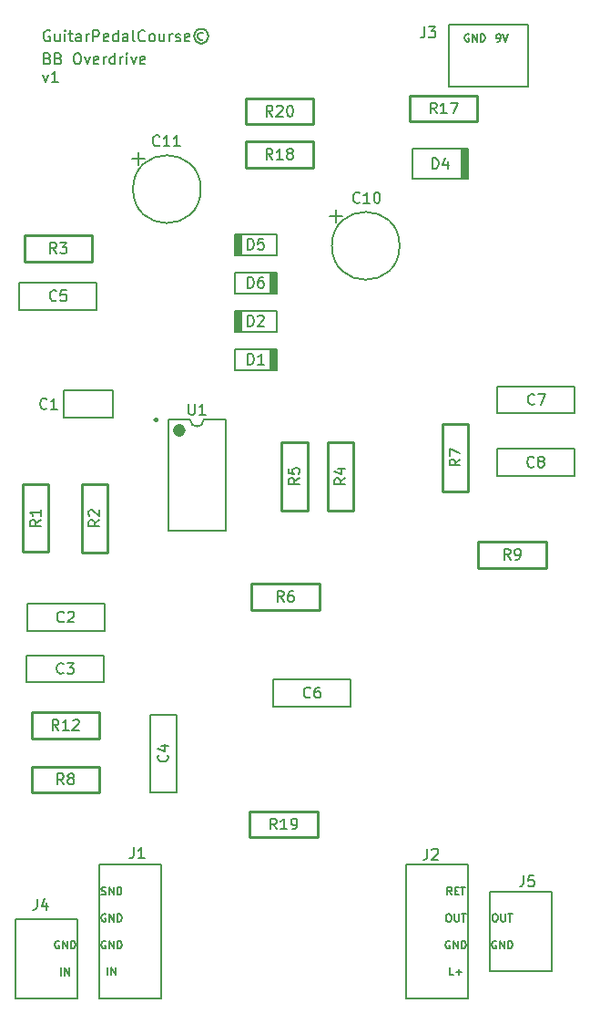
<source format=gbr>
%TF.GenerationSoftware,KiCad,Pcbnew,9.0.2*%
%TF.CreationDate,2025-07-08T13:25:15-05:00*%
%TF.ProjectId,BB Overdrive,4242204f-7665-4726-9472-6976652e6b69,rev?*%
%TF.SameCoordinates,Original*%
%TF.FileFunction,Legend,Top*%
%TF.FilePolarity,Positive*%
%FSLAX46Y46*%
G04 Gerber Fmt 4.6, Leading zero omitted, Abs format (unit mm)*
G04 Created by KiCad (PCBNEW 9.0.2) date 2025-07-08 13:25:15*
%MOMM*%
%LPD*%
G01*
G04 APERTURE LIST*
%ADD10C,0.152400*%
%ADD11C,0.150000*%
%ADD12C,0.200000*%
%ADD13C,0.254000*%
%ADD14C,0.250000*%
%ADD15C,0.600000*%
G04 APERTURE END LIST*
D10*
X50065734Y116391910D02*
X50201200Y116391910D01*
X50201200Y116391910D02*
X50268934Y116425777D01*
X50268934Y116425777D02*
X50302800Y116459643D01*
X50302800Y116459643D02*
X50370534Y116561243D01*
X50370534Y116561243D02*
X50404400Y116696710D01*
X50404400Y116696710D02*
X50404400Y116967643D01*
X50404400Y116967643D02*
X50370534Y117035377D01*
X50370534Y117035377D02*
X50336667Y117069243D01*
X50336667Y117069243D02*
X50268934Y117103110D01*
X50268934Y117103110D02*
X50133467Y117103110D01*
X50133467Y117103110D02*
X50065734Y117069243D01*
X50065734Y117069243D02*
X50031867Y117035377D01*
X50031867Y117035377D02*
X49998000Y116967643D01*
X49998000Y116967643D02*
X49998000Y116798310D01*
X49998000Y116798310D02*
X50031867Y116730577D01*
X50031867Y116730577D02*
X50065734Y116696710D01*
X50065734Y116696710D02*
X50133467Y116662843D01*
X50133467Y116662843D02*
X50268934Y116662843D01*
X50268934Y116662843D02*
X50336667Y116696710D01*
X50336667Y116696710D02*
X50370534Y116730577D01*
X50370534Y116730577D02*
X50404400Y116798310D01*
X50607600Y117103110D02*
X50844667Y116391910D01*
X50844667Y116391910D02*
X51081733Y117103110D01*
X9364133Y32868243D02*
X9296400Y32902110D01*
X9296400Y32902110D02*
X9194800Y32902110D01*
X9194800Y32902110D02*
X9093200Y32868243D01*
X9093200Y32868243D02*
X9025467Y32800510D01*
X9025467Y32800510D02*
X8991600Y32732777D01*
X8991600Y32732777D02*
X8957733Y32597310D01*
X8957733Y32597310D02*
X8957733Y32495710D01*
X8957733Y32495710D02*
X8991600Y32360243D01*
X8991600Y32360243D02*
X9025467Y32292510D01*
X9025467Y32292510D02*
X9093200Y32224777D01*
X9093200Y32224777D02*
X9194800Y32190910D01*
X9194800Y32190910D02*
X9262533Y32190910D01*
X9262533Y32190910D02*
X9364133Y32224777D01*
X9364133Y32224777D02*
X9398000Y32258643D01*
X9398000Y32258643D02*
X9398000Y32495710D01*
X9398000Y32495710D02*
X9262533Y32495710D01*
X9702800Y32190910D02*
X9702800Y32902110D01*
X9702800Y32902110D02*
X10109200Y32190910D01*
X10109200Y32190910D02*
X10109200Y32902110D01*
X10447867Y32190910D02*
X10447867Y32902110D01*
X10447867Y32902110D02*
X10617200Y32902110D01*
X10617200Y32902110D02*
X10718800Y32868243D01*
X10718800Y32868243D02*
X10786534Y32800510D01*
X10786534Y32800510D02*
X10820400Y32732777D01*
X10820400Y32732777D02*
X10854267Y32597310D01*
X10854267Y32597310D02*
X10854267Y32495710D01*
X10854267Y32495710D02*
X10820400Y32360243D01*
X10820400Y32360243D02*
X10786534Y32292510D01*
X10786534Y32292510D02*
X10718800Y32224777D01*
X10718800Y32224777D02*
X10617200Y32190910D01*
X10617200Y32190910D02*
X10447867Y32190910D01*
X45516800Y35382110D02*
X45652266Y35382110D01*
X45652266Y35382110D02*
X45720000Y35348243D01*
X45720000Y35348243D02*
X45787733Y35280510D01*
X45787733Y35280510D02*
X45821600Y35145043D01*
X45821600Y35145043D02*
X45821600Y34907977D01*
X45821600Y34907977D02*
X45787733Y34772510D01*
X45787733Y34772510D02*
X45720000Y34704777D01*
X45720000Y34704777D02*
X45652266Y34670910D01*
X45652266Y34670910D02*
X45516800Y34670910D01*
X45516800Y34670910D02*
X45449066Y34704777D01*
X45449066Y34704777D02*
X45381333Y34772510D01*
X45381333Y34772510D02*
X45347466Y34907977D01*
X45347466Y34907977D02*
X45347466Y35145043D01*
X45347466Y35145043D02*
X45381333Y35280510D01*
X45381333Y35280510D02*
X45449066Y35348243D01*
X45449066Y35348243D02*
X45516800Y35382110D01*
X46126400Y35382110D02*
X46126400Y34806377D01*
X46126400Y34806377D02*
X46160267Y34738643D01*
X46160267Y34738643D02*
X46194133Y34704777D01*
X46194133Y34704777D02*
X46261867Y34670910D01*
X46261867Y34670910D02*
X46397333Y34670910D01*
X46397333Y34670910D02*
X46465067Y34704777D01*
X46465067Y34704777D02*
X46498933Y34738643D01*
X46498933Y34738643D02*
X46532800Y34806377D01*
X46532800Y34806377D02*
X46532800Y35382110D01*
X46769867Y35382110D02*
X47176267Y35382110D01*
X46973067Y34670910D02*
X46973067Y35382110D01*
X45855466Y37170910D02*
X45618399Y37509577D01*
X45449066Y37170910D02*
X45449066Y37882110D01*
X45449066Y37882110D02*
X45719999Y37882110D01*
X45719999Y37882110D02*
X45787733Y37848243D01*
X45787733Y37848243D02*
X45821599Y37814377D01*
X45821599Y37814377D02*
X45855466Y37746643D01*
X45855466Y37746643D02*
X45855466Y37645043D01*
X45855466Y37645043D02*
X45821599Y37577310D01*
X45821599Y37577310D02*
X45787733Y37543443D01*
X45787733Y37543443D02*
X45719999Y37509577D01*
X45719999Y37509577D02*
X45449066Y37509577D01*
X46160266Y37543443D02*
X46397333Y37543443D01*
X46498933Y37170910D02*
X46160266Y37170910D01*
X46160266Y37170910D02*
X46160266Y37882110D01*
X46160266Y37882110D02*
X46498933Y37882110D01*
X46702133Y37882110D02*
X47108533Y37882110D01*
X46905333Y37170910D02*
X46905333Y37882110D01*
X8494358Y117386163D02*
X8397596Y117434544D01*
X8397596Y117434544D02*
X8252453Y117434544D01*
X8252453Y117434544D02*
X8107310Y117386163D01*
X8107310Y117386163D02*
X8010548Y117289401D01*
X8010548Y117289401D02*
X7962167Y117192639D01*
X7962167Y117192639D02*
X7913786Y116999115D01*
X7913786Y116999115D02*
X7913786Y116853972D01*
X7913786Y116853972D02*
X7962167Y116660448D01*
X7962167Y116660448D02*
X8010548Y116563686D01*
X8010548Y116563686D02*
X8107310Y116466925D01*
X8107310Y116466925D02*
X8252453Y116418544D01*
X8252453Y116418544D02*
X8349215Y116418544D01*
X8349215Y116418544D02*
X8494358Y116466925D01*
X8494358Y116466925D02*
X8542739Y116515305D01*
X8542739Y116515305D02*
X8542739Y116853972D01*
X8542739Y116853972D02*
X8349215Y116853972D01*
X9413596Y117095877D02*
X9413596Y116418544D01*
X8978167Y117095877D02*
X8978167Y116563686D01*
X8978167Y116563686D02*
X9026548Y116466925D01*
X9026548Y116466925D02*
X9123310Y116418544D01*
X9123310Y116418544D02*
X9268453Y116418544D01*
X9268453Y116418544D02*
X9365215Y116466925D01*
X9365215Y116466925D02*
X9413596Y116515305D01*
X9897405Y116418544D02*
X9897405Y117095877D01*
X9897405Y117434544D02*
X9849024Y117386163D01*
X9849024Y117386163D02*
X9897405Y117337782D01*
X9897405Y117337782D02*
X9945786Y117386163D01*
X9945786Y117386163D02*
X9897405Y117434544D01*
X9897405Y117434544D02*
X9897405Y117337782D01*
X10236072Y117095877D02*
X10623120Y117095877D01*
X10381215Y117434544D02*
X10381215Y116563686D01*
X10381215Y116563686D02*
X10429596Y116466925D01*
X10429596Y116466925D02*
X10526358Y116418544D01*
X10526358Y116418544D02*
X10623120Y116418544D01*
X11397215Y116418544D02*
X11397215Y116950734D01*
X11397215Y116950734D02*
X11348834Y117047496D01*
X11348834Y117047496D02*
X11252072Y117095877D01*
X11252072Y117095877D02*
X11058548Y117095877D01*
X11058548Y117095877D02*
X10961786Y117047496D01*
X11397215Y116466925D02*
X11300453Y116418544D01*
X11300453Y116418544D02*
X11058548Y116418544D01*
X11058548Y116418544D02*
X10961786Y116466925D01*
X10961786Y116466925D02*
X10913405Y116563686D01*
X10913405Y116563686D02*
X10913405Y116660448D01*
X10913405Y116660448D02*
X10961786Y116757210D01*
X10961786Y116757210D02*
X11058548Y116805591D01*
X11058548Y116805591D02*
X11300453Y116805591D01*
X11300453Y116805591D02*
X11397215Y116853972D01*
X11881024Y116418544D02*
X11881024Y117095877D01*
X11881024Y116902353D02*
X11929405Y116999115D01*
X11929405Y116999115D02*
X11977786Y117047496D01*
X11977786Y117047496D02*
X12074548Y117095877D01*
X12074548Y117095877D02*
X12171310Y117095877D01*
X12509976Y116418544D02*
X12509976Y117434544D01*
X12509976Y117434544D02*
X12897024Y117434544D01*
X12897024Y117434544D02*
X12993786Y117386163D01*
X12993786Y117386163D02*
X13042167Y117337782D01*
X13042167Y117337782D02*
X13090548Y117241020D01*
X13090548Y117241020D02*
X13090548Y117095877D01*
X13090548Y117095877D02*
X13042167Y116999115D01*
X13042167Y116999115D02*
X12993786Y116950734D01*
X12993786Y116950734D02*
X12897024Y116902353D01*
X12897024Y116902353D02*
X12509976Y116902353D01*
X13913024Y116466925D02*
X13816262Y116418544D01*
X13816262Y116418544D02*
X13622738Y116418544D01*
X13622738Y116418544D02*
X13525976Y116466925D01*
X13525976Y116466925D02*
X13477595Y116563686D01*
X13477595Y116563686D02*
X13477595Y116950734D01*
X13477595Y116950734D02*
X13525976Y117047496D01*
X13525976Y117047496D02*
X13622738Y117095877D01*
X13622738Y117095877D02*
X13816262Y117095877D01*
X13816262Y117095877D02*
X13913024Y117047496D01*
X13913024Y117047496D02*
X13961405Y116950734D01*
X13961405Y116950734D02*
X13961405Y116853972D01*
X13961405Y116853972D02*
X13477595Y116757210D01*
X14832262Y116418544D02*
X14832262Y117434544D01*
X14832262Y116466925D02*
X14735500Y116418544D01*
X14735500Y116418544D02*
X14541976Y116418544D01*
X14541976Y116418544D02*
X14445214Y116466925D01*
X14445214Y116466925D02*
X14396833Y116515305D01*
X14396833Y116515305D02*
X14348452Y116612067D01*
X14348452Y116612067D02*
X14348452Y116902353D01*
X14348452Y116902353D02*
X14396833Y116999115D01*
X14396833Y116999115D02*
X14445214Y117047496D01*
X14445214Y117047496D02*
X14541976Y117095877D01*
X14541976Y117095877D02*
X14735500Y117095877D01*
X14735500Y117095877D02*
X14832262Y117047496D01*
X15751500Y116418544D02*
X15751500Y116950734D01*
X15751500Y116950734D02*
X15703119Y117047496D01*
X15703119Y117047496D02*
X15606357Y117095877D01*
X15606357Y117095877D02*
X15412833Y117095877D01*
X15412833Y117095877D02*
X15316071Y117047496D01*
X15751500Y116466925D02*
X15654738Y116418544D01*
X15654738Y116418544D02*
X15412833Y116418544D01*
X15412833Y116418544D02*
X15316071Y116466925D01*
X15316071Y116466925D02*
X15267690Y116563686D01*
X15267690Y116563686D02*
X15267690Y116660448D01*
X15267690Y116660448D02*
X15316071Y116757210D01*
X15316071Y116757210D02*
X15412833Y116805591D01*
X15412833Y116805591D02*
X15654738Y116805591D01*
X15654738Y116805591D02*
X15751500Y116853972D01*
X16380452Y116418544D02*
X16283690Y116466925D01*
X16283690Y116466925D02*
X16235309Y116563686D01*
X16235309Y116563686D02*
X16235309Y117434544D01*
X17348071Y116515305D02*
X17299690Y116466925D01*
X17299690Y116466925D02*
X17154547Y116418544D01*
X17154547Y116418544D02*
X17057785Y116418544D01*
X17057785Y116418544D02*
X16912642Y116466925D01*
X16912642Y116466925D02*
X16815880Y116563686D01*
X16815880Y116563686D02*
X16767499Y116660448D01*
X16767499Y116660448D02*
X16719118Y116853972D01*
X16719118Y116853972D02*
X16719118Y116999115D01*
X16719118Y116999115D02*
X16767499Y117192639D01*
X16767499Y117192639D02*
X16815880Y117289401D01*
X16815880Y117289401D02*
X16912642Y117386163D01*
X16912642Y117386163D02*
X17057785Y117434544D01*
X17057785Y117434544D02*
X17154547Y117434544D01*
X17154547Y117434544D02*
X17299690Y117386163D01*
X17299690Y117386163D02*
X17348071Y117337782D01*
X17928642Y116418544D02*
X17831880Y116466925D01*
X17831880Y116466925D02*
X17783499Y116515305D01*
X17783499Y116515305D02*
X17735118Y116612067D01*
X17735118Y116612067D02*
X17735118Y116902353D01*
X17735118Y116902353D02*
X17783499Y116999115D01*
X17783499Y116999115D02*
X17831880Y117047496D01*
X17831880Y117047496D02*
X17928642Y117095877D01*
X17928642Y117095877D02*
X18073785Y117095877D01*
X18073785Y117095877D02*
X18170547Y117047496D01*
X18170547Y117047496D02*
X18218928Y116999115D01*
X18218928Y116999115D02*
X18267309Y116902353D01*
X18267309Y116902353D02*
X18267309Y116612067D01*
X18267309Y116612067D02*
X18218928Y116515305D01*
X18218928Y116515305D02*
X18170547Y116466925D01*
X18170547Y116466925D02*
X18073785Y116418544D01*
X18073785Y116418544D02*
X17928642Y116418544D01*
X19138166Y117095877D02*
X19138166Y116418544D01*
X18702737Y117095877D02*
X18702737Y116563686D01*
X18702737Y116563686D02*
X18751118Y116466925D01*
X18751118Y116466925D02*
X18847880Y116418544D01*
X18847880Y116418544D02*
X18993023Y116418544D01*
X18993023Y116418544D02*
X19089785Y116466925D01*
X19089785Y116466925D02*
X19138166Y116515305D01*
X19621975Y116418544D02*
X19621975Y117095877D01*
X19621975Y116902353D02*
X19670356Y116999115D01*
X19670356Y116999115D02*
X19718737Y117047496D01*
X19718737Y117047496D02*
X19815499Y117095877D01*
X19815499Y117095877D02*
X19912261Y117095877D01*
X20202546Y116466925D02*
X20299308Y116418544D01*
X20299308Y116418544D02*
X20492832Y116418544D01*
X20492832Y116418544D02*
X20589594Y116466925D01*
X20589594Y116466925D02*
X20637975Y116563686D01*
X20637975Y116563686D02*
X20637975Y116612067D01*
X20637975Y116612067D02*
X20589594Y116708829D01*
X20589594Y116708829D02*
X20492832Y116757210D01*
X20492832Y116757210D02*
X20347689Y116757210D01*
X20347689Y116757210D02*
X20250927Y116805591D01*
X20250927Y116805591D02*
X20202546Y116902353D01*
X20202546Y116902353D02*
X20202546Y116950734D01*
X20202546Y116950734D02*
X20250927Y117047496D01*
X20250927Y117047496D02*
X20347689Y117095877D01*
X20347689Y117095877D02*
X20492832Y117095877D01*
X20492832Y117095877D02*
X20589594Y117047496D01*
X21460451Y116466925D02*
X21363689Y116418544D01*
X21363689Y116418544D02*
X21170165Y116418544D01*
X21170165Y116418544D02*
X21073403Y116466925D01*
X21073403Y116466925D02*
X21025022Y116563686D01*
X21025022Y116563686D02*
X21025022Y116950734D01*
X21025022Y116950734D02*
X21073403Y117047496D01*
X21073403Y117047496D02*
X21170165Y117095877D01*
X21170165Y117095877D02*
X21363689Y117095877D01*
X21363689Y117095877D02*
X21460451Y117047496D01*
X21460451Y117047496D02*
X21508832Y116950734D01*
X21508832Y116950734D02*
X21508832Y116853972D01*
X21508832Y116853972D02*
X21025022Y116757210D01*
X22766736Y117192639D02*
X22669975Y117241020D01*
X22669975Y117241020D02*
X22476451Y117241020D01*
X22476451Y117241020D02*
X22379689Y117192639D01*
X22379689Y117192639D02*
X22282927Y117095877D01*
X22282927Y117095877D02*
X22234546Y116999115D01*
X22234546Y116999115D02*
X22234546Y116805591D01*
X22234546Y116805591D02*
X22282927Y116708829D01*
X22282927Y116708829D02*
X22379689Y116612067D01*
X22379689Y116612067D02*
X22476451Y116563686D01*
X22476451Y116563686D02*
X22669975Y116563686D01*
X22669975Y116563686D02*
X22766736Y116612067D01*
X22573213Y117579686D02*
X22331308Y117531305D01*
X22331308Y117531305D02*
X22089403Y117386163D01*
X22089403Y117386163D02*
X21944260Y117144258D01*
X21944260Y117144258D02*
X21895879Y116902353D01*
X21895879Y116902353D02*
X21944260Y116660448D01*
X21944260Y116660448D02*
X22089403Y116418544D01*
X22089403Y116418544D02*
X22331308Y116273401D01*
X22331308Y116273401D02*
X22573213Y116225020D01*
X22573213Y116225020D02*
X22815117Y116273401D01*
X22815117Y116273401D02*
X23057022Y116418544D01*
X23057022Y116418544D02*
X23202165Y116660448D01*
X23202165Y116660448D02*
X23250546Y116902353D01*
X23250546Y116902353D02*
X23202165Y117144258D01*
X23202165Y117144258D02*
X23057022Y117386163D01*
X23057022Y117386163D02*
X22815117Y117531305D01*
X22815117Y117531305D02*
X22573213Y117579686D01*
X49834800Y35402110D02*
X49970266Y35402110D01*
X49970266Y35402110D02*
X50038000Y35368243D01*
X50038000Y35368243D02*
X50105733Y35300510D01*
X50105733Y35300510D02*
X50139600Y35165043D01*
X50139600Y35165043D02*
X50139600Y34927977D01*
X50139600Y34927977D02*
X50105733Y34792510D01*
X50105733Y34792510D02*
X50038000Y34724777D01*
X50038000Y34724777D02*
X49970266Y34690910D01*
X49970266Y34690910D02*
X49834800Y34690910D01*
X49834800Y34690910D02*
X49767066Y34724777D01*
X49767066Y34724777D02*
X49699333Y34792510D01*
X49699333Y34792510D02*
X49665466Y34927977D01*
X49665466Y34927977D02*
X49665466Y35165043D01*
X49665466Y35165043D02*
X49699333Y35300510D01*
X49699333Y35300510D02*
X49767066Y35368243D01*
X49767066Y35368243D02*
X49834800Y35402110D01*
X50444400Y35402110D02*
X50444400Y34826377D01*
X50444400Y34826377D02*
X50478267Y34758643D01*
X50478267Y34758643D02*
X50512133Y34724777D01*
X50512133Y34724777D02*
X50579867Y34690910D01*
X50579867Y34690910D02*
X50715333Y34690910D01*
X50715333Y34690910D02*
X50783067Y34724777D01*
X50783067Y34724777D02*
X50816933Y34758643D01*
X50816933Y34758643D02*
X50850800Y34826377D01*
X50850800Y34826377D02*
X50850800Y35402110D01*
X51087867Y35402110D02*
X51494267Y35402110D01*
X51291067Y34690910D02*
X51291067Y35402110D01*
X13851466Y29750910D02*
X13851466Y30462110D01*
X14190133Y29750910D02*
X14190133Y30462110D01*
X14190133Y30462110D02*
X14596533Y29750910D01*
X14596533Y29750910D02*
X14596533Y30462110D01*
X13682133Y32848243D02*
X13614400Y32882110D01*
X13614400Y32882110D02*
X13512800Y32882110D01*
X13512800Y32882110D02*
X13411200Y32848243D01*
X13411200Y32848243D02*
X13343467Y32780510D01*
X13343467Y32780510D02*
X13309600Y32712777D01*
X13309600Y32712777D02*
X13275733Y32577310D01*
X13275733Y32577310D02*
X13275733Y32475710D01*
X13275733Y32475710D02*
X13309600Y32340243D01*
X13309600Y32340243D02*
X13343467Y32272510D01*
X13343467Y32272510D02*
X13411200Y32204777D01*
X13411200Y32204777D02*
X13512800Y32170910D01*
X13512800Y32170910D02*
X13580533Y32170910D01*
X13580533Y32170910D02*
X13682133Y32204777D01*
X13682133Y32204777D02*
X13716000Y32238643D01*
X13716000Y32238643D02*
X13716000Y32475710D01*
X13716000Y32475710D02*
X13580533Y32475710D01*
X14020800Y32170910D02*
X14020800Y32882110D01*
X14020800Y32882110D02*
X14427200Y32170910D01*
X14427200Y32170910D02*
X14427200Y32882110D01*
X14765867Y32170910D02*
X14765867Y32882110D01*
X14765867Y32882110D02*
X14935200Y32882110D01*
X14935200Y32882110D02*
X15036800Y32848243D01*
X15036800Y32848243D02*
X15104534Y32780510D01*
X15104534Y32780510D02*
X15138400Y32712777D01*
X15138400Y32712777D02*
X15172267Y32577310D01*
X15172267Y32577310D02*
X15172267Y32475710D01*
X15172267Y32475710D02*
X15138400Y32340243D01*
X15138400Y32340243D02*
X15104534Y32272510D01*
X15104534Y32272510D02*
X15036800Y32204777D01*
X15036800Y32204777D02*
X14935200Y32170910D01*
X14935200Y32170910D02*
X14765867Y32170910D01*
X8300834Y114822157D02*
X8445977Y114773776D01*
X8445977Y114773776D02*
X8494358Y114725395D01*
X8494358Y114725395D02*
X8542739Y114628633D01*
X8542739Y114628633D02*
X8542739Y114483490D01*
X8542739Y114483490D02*
X8494358Y114386728D01*
X8494358Y114386728D02*
X8445977Y114338348D01*
X8445977Y114338348D02*
X8349215Y114289967D01*
X8349215Y114289967D02*
X7962167Y114289967D01*
X7962167Y114289967D02*
X7962167Y115305967D01*
X7962167Y115305967D02*
X8300834Y115305967D01*
X8300834Y115305967D02*
X8397596Y115257586D01*
X8397596Y115257586D02*
X8445977Y115209205D01*
X8445977Y115209205D02*
X8494358Y115112443D01*
X8494358Y115112443D02*
X8494358Y115015681D01*
X8494358Y115015681D02*
X8445977Y114918919D01*
X8445977Y114918919D02*
X8397596Y114870538D01*
X8397596Y114870538D02*
X8300834Y114822157D01*
X8300834Y114822157D02*
X7962167Y114822157D01*
X9316834Y114822157D02*
X9461977Y114773776D01*
X9461977Y114773776D02*
X9510358Y114725395D01*
X9510358Y114725395D02*
X9558739Y114628633D01*
X9558739Y114628633D02*
X9558739Y114483490D01*
X9558739Y114483490D02*
X9510358Y114386728D01*
X9510358Y114386728D02*
X9461977Y114338348D01*
X9461977Y114338348D02*
X9365215Y114289967D01*
X9365215Y114289967D02*
X8978167Y114289967D01*
X8978167Y114289967D02*
X8978167Y115305967D01*
X8978167Y115305967D02*
X9316834Y115305967D01*
X9316834Y115305967D02*
X9413596Y115257586D01*
X9413596Y115257586D02*
X9461977Y115209205D01*
X9461977Y115209205D02*
X9510358Y115112443D01*
X9510358Y115112443D02*
X9510358Y115015681D01*
X9510358Y115015681D02*
X9461977Y114918919D01*
X9461977Y114918919D02*
X9413596Y114870538D01*
X9413596Y114870538D02*
X9316834Y114822157D01*
X9316834Y114822157D02*
X8978167Y114822157D01*
X10961786Y115305967D02*
X11155310Y115305967D01*
X11155310Y115305967D02*
X11252072Y115257586D01*
X11252072Y115257586D02*
X11348834Y115160824D01*
X11348834Y115160824D02*
X11397215Y114967300D01*
X11397215Y114967300D02*
X11397215Y114628633D01*
X11397215Y114628633D02*
X11348834Y114435109D01*
X11348834Y114435109D02*
X11252072Y114338348D01*
X11252072Y114338348D02*
X11155310Y114289967D01*
X11155310Y114289967D02*
X10961786Y114289967D01*
X10961786Y114289967D02*
X10865024Y114338348D01*
X10865024Y114338348D02*
X10768262Y114435109D01*
X10768262Y114435109D02*
X10719881Y114628633D01*
X10719881Y114628633D02*
X10719881Y114967300D01*
X10719881Y114967300D02*
X10768262Y115160824D01*
X10768262Y115160824D02*
X10865024Y115257586D01*
X10865024Y115257586D02*
X10961786Y115305967D01*
X11735881Y114967300D02*
X11977786Y114289967D01*
X11977786Y114289967D02*
X12219691Y114967300D01*
X12993786Y114338348D02*
X12897024Y114289967D01*
X12897024Y114289967D02*
X12703500Y114289967D01*
X12703500Y114289967D02*
X12606738Y114338348D01*
X12606738Y114338348D02*
X12558357Y114435109D01*
X12558357Y114435109D02*
X12558357Y114822157D01*
X12558357Y114822157D02*
X12606738Y114918919D01*
X12606738Y114918919D02*
X12703500Y114967300D01*
X12703500Y114967300D02*
X12897024Y114967300D01*
X12897024Y114967300D02*
X12993786Y114918919D01*
X12993786Y114918919D02*
X13042167Y114822157D01*
X13042167Y114822157D02*
X13042167Y114725395D01*
X13042167Y114725395D02*
X12558357Y114628633D01*
X13477595Y114289967D02*
X13477595Y114967300D01*
X13477595Y114773776D02*
X13525976Y114870538D01*
X13525976Y114870538D02*
X13574357Y114918919D01*
X13574357Y114918919D02*
X13671119Y114967300D01*
X13671119Y114967300D02*
X13767881Y114967300D01*
X14541976Y114289967D02*
X14541976Y115305967D01*
X14541976Y114338348D02*
X14445214Y114289967D01*
X14445214Y114289967D02*
X14251690Y114289967D01*
X14251690Y114289967D02*
X14154928Y114338348D01*
X14154928Y114338348D02*
X14106547Y114386728D01*
X14106547Y114386728D02*
X14058166Y114483490D01*
X14058166Y114483490D02*
X14058166Y114773776D01*
X14058166Y114773776D02*
X14106547Y114870538D01*
X14106547Y114870538D02*
X14154928Y114918919D01*
X14154928Y114918919D02*
X14251690Y114967300D01*
X14251690Y114967300D02*
X14445214Y114967300D01*
X14445214Y114967300D02*
X14541976Y114918919D01*
X15025785Y114289967D02*
X15025785Y114967300D01*
X15025785Y114773776D02*
X15074166Y114870538D01*
X15074166Y114870538D02*
X15122547Y114918919D01*
X15122547Y114918919D02*
X15219309Y114967300D01*
X15219309Y114967300D02*
X15316071Y114967300D01*
X15654737Y114289967D02*
X15654737Y114967300D01*
X15654737Y115305967D02*
X15606356Y115257586D01*
X15606356Y115257586D02*
X15654737Y115209205D01*
X15654737Y115209205D02*
X15703118Y115257586D01*
X15703118Y115257586D02*
X15654737Y115305967D01*
X15654737Y115305967D02*
X15654737Y115209205D01*
X16041785Y114967300D02*
X16283690Y114289967D01*
X16283690Y114289967D02*
X16525595Y114967300D01*
X17299690Y114338348D02*
X17202928Y114289967D01*
X17202928Y114289967D02*
X17009404Y114289967D01*
X17009404Y114289967D02*
X16912642Y114338348D01*
X16912642Y114338348D02*
X16864261Y114435109D01*
X16864261Y114435109D02*
X16864261Y114822157D01*
X16864261Y114822157D02*
X16912642Y114918919D01*
X16912642Y114918919D02*
X17009404Y114967300D01*
X17009404Y114967300D02*
X17202928Y114967300D01*
X17202928Y114967300D02*
X17299690Y114918919D01*
X17299690Y114918919D02*
X17348071Y114822157D01*
X17348071Y114822157D02*
X17348071Y114725395D01*
X17348071Y114725395D02*
X16864261Y114628633D01*
X7865405Y113331597D02*
X8107310Y112654264D01*
X8107310Y112654264D02*
X8349215Y113331597D01*
X9268453Y112654264D02*
X8687881Y112654264D01*
X8978167Y112654264D02*
X8978167Y113670264D01*
X8978167Y113670264D02*
X8881405Y113525121D01*
X8881405Y113525121D02*
X8784643Y113428359D01*
X8784643Y113428359D02*
X8687881Y113379978D01*
X45686133Y32848243D02*
X45618400Y32882110D01*
X45618400Y32882110D02*
X45516800Y32882110D01*
X45516800Y32882110D02*
X45415200Y32848243D01*
X45415200Y32848243D02*
X45347467Y32780510D01*
X45347467Y32780510D02*
X45313600Y32712777D01*
X45313600Y32712777D02*
X45279733Y32577310D01*
X45279733Y32577310D02*
X45279733Y32475710D01*
X45279733Y32475710D02*
X45313600Y32340243D01*
X45313600Y32340243D02*
X45347467Y32272510D01*
X45347467Y32272510D02*
X45415200Y32204777D01*
X45415200Y32204777D02*
X45516800Y32170910D01*
X45516800Y32170910D02*
X45584533Y32170910D01*
X45584533Y32170910D02*
X45686133Y32204777D01*
X45686133Y32204777D02*
X45720000Y32238643D01*
X45720000Y32238643D02*
X45720000Y32475710D01*
X45720000Y32475710D02*
X45584533Y32475710D01*
X46024800Y32170910D02*
X46024800Y32882110D01*
X46024800Y32882110D02*
X46431200Y32170910D01*
X46431200Y32170910D02*
X46431200Y32882110D01*
X46769867Y32170910D02*
X46769867Y32882110D01*
X46769867Y32882110D02*
X46939200Y32882110D01*
X46939200Y32882110D02*
X47040800Y32848243D01*
X47040800Y32848243D02*
X47108534Y32780510D01*
X47108534Y32780510D02*
X47142400Y32712777D01*
X47142400Y32712777D02*
X47176267Y32577310D01*
X47176267Y32577310D02*
X47176267Y32475710D01*
X47176267Y32475710D02*
X47142400Y32340243D01*
X47142400Y32340243D02*
X47108534Y32272510D01*
X47108534Y32272510D02*
X47040800Y32204777D01*
X47040800Y32204777D02*
X46939200Y32170910D01*
X46939200Y32170910D02*
X46769867Y32170910D01*
X47464133Y117069243D02*
X47396400Y117103110D01*
X47396400Y117103110D02*
X47294800Y117103110D01*
X47294800Y117103110D02*
X47193200Y117069243D01*
X47193200Y117069243D02*
X47125467Y117001510D01*
X47125467Y117001510D02*
X47091600Y116933777D01*
X47091600Y116933777D02*
X47057733Y116798310D01*
X47057733Y116798310D02*
X47057733Y116696710D01*
X47057733Y116696710D02*
X47091600Y116561243D01*
X47091600Y116561243D02*
X47125467Y116493510D01*
X47125467Y116493510D02*
X47193200Y116425777D01*
X47193200Y116425777D02*
X47294800Y116391910D01*
X47294800Y116391910D02*
X47362533Y116391910D01*
X47362533Y116391910D02*
X47464133Y116425777D01*
X47464133Y116425777D02*
X47498000Y116459643D01*
X47498000Y116459643D02*
X47498000Y116696710D01*
X47498000Y116696710D02*
X47362533Y116696710D01*
X47802800Y116391910D02*
X47802800Y117103110D01*
X47802800Y117103110D02*
X48209200Y116391910D01*
X48209200Y116391910D02*
X48209200Y117103110D01*
X48547867Y116391910D02*
X48547867Y117103110D01*
X48547867Y117103110D02*
X48717200Y117103110D01*
X48717200Y117103110D02*
X48818800Y117069243D01*
X48818800Y117069243D02*
X48886534Y117001510D01*
X48886534Y117001510D02*
X48920400Y116933777D01*
X48920400Y116933777D02*
X48954267Y116798310D01*
X48954267Y116798310D02*
X48954267Y116696710D01*
X48954267Y116696710D02*
X48920400Y116561243D01*
X48920400Y116561243D02*
X48886534Y116493510D01*
X48886534Y116493510D02*
X48818800Y116425777D01*
X48818800Y116425777D02*
X48717200Y116391910D01*
X48717200Y116391910D02*
X48547867Y116391910D01*
X46007867Y29750910D02*
X45669200Y29750910D01*
X45669200Y29750910D02*
X45669200Y30462110D01*
X46244933Y30021843D02*
X46786800Y30021843D01*
X46515866Y29750910D02*
X46515866Y30292777D01*
X13682133Y35348243D02*
X13614400Y35382110D01*
X13614400Y35382110D02*
X13512800Y35382110D01*
X13512800Y35382110D02*
X13411200Y35348243D01*
X13411200Y35348243D02*
X13343467Y35280510D01*
X13343467Y35280510D02*
X13309600Y35212777D01*
X13309600Y35212777D02*
X13275733Y35077310D01*
X13275733Y35077310D02*
X13275733Y34975710D01*
X13275733Y34975710D02*
X13309600Y34840243D01*
X13309600Y34840243D02*
X13343467Y34772510D01*
X13343467Y34772510D02*
X13411200Y34704777D01*
X13411200Y34704777D02*
X13512800Y34670910D01*
X13512800Y34670910D02*
X13580533Y34670910D01*
X13580533Y34670910D02*
X13682133Y34704777D01*
X13682133Y34704777D02*
X13716000Y34738643D01*
X13716000Y34738643D02*
X13716000Y34975710D01*
X13716000Y34975710D02*
X13580533Y34975710D01*
X14020800Y34670910D02*
X14020800Y35382110D01*
X14020800Y35382110D02*
X14427200Y34670910D01*
X14427200Y34670910D02*
X14427200Y35382110D01*
X14765867Y34670910D02*
X14765867Y35382110D01*
X14765867Y35382110D02*
X14935200Y35382110D01*
X14935200Y35382110D02*
X15036800Y35348243D01*
X15036800Y35348243D02*
X15104534Y35280510D01*
X15104534Y35280510D02*
X15138400Y35212777D01*
X15138400Y35212777D02*
X15172267Y35077310D01*
X15172267Y35077310D02*
X15172267Y34975710D01*
X15172267Y34975710D02*
X15138400Y34840243D01*
X15138400Y34840243D02*
X15104534Y34772510D01*
X15104534Y34772510D02*
X15036800Y34704777D01*
X15036800Y34704777D02*
X14935200Y34670910D01*
X14935200Y34670910D02*
X14765867Y34670910D01*
X50004133Y32868243D02*
X49936400Y32902110D01*
X49936400Y32902110D02*
X49834800Y32902110D01*
X49834800Y32902110D02*
X49733200Y32868243D01*
X49733200Y32868243D02*
X49665467Y32800510D01*
X49665467Y32800510D02*
X49631600Y32732777D01*
X49631600Y32732777D02*
X49597733Y32597310D01*
X49597733Y32597310D02*
X49597733Y32495710D01*
X49597733Y32495710D02*
X49631600Y32360243D01*
X49631600Y32360243D02*
X49665467Y32292510D01*
X49665467Y32292510D02*
X49733200Y32224777D01*
X49733200Y32224777D02*
X49834800Y32190910D01*
X49834800Y32190910D02*
X49902533Y32190910D01*
X49902533Y32190910D02*
X50004133Y32224777D01*
X50004133Y32224777D02*
X50038000Y32258643D01*
X50038000Y32258643D02*
X50038000Y32495710D01*
X50038000Y32495710D02*
X49902533Y32495710D01*
X50342800Y32190910D02*
X50342800Y32902110D01*
X50342800Y32902110D02*
X50749200Y32190910D01*
X50749200Y32190910D02*
X50749200Y32902110D01*
X51087867Y32190910D02*
X51087867Y32902110D01*
X51087867Y32902110D02*
X51257200Y32902110D01*
X51257200Y32902110D02*
X51358800Y32868243D01*
X51358800Y32868243D02*
X51426534Y32800510D01*
X51426534Y32800510D02*
X51460400Y32732777D01*
X51460400Y32732777D02*
X51494267Y32597310D01*
X51494267Y32597310D02*
X51494267Y32495710D01*
X51494267Y32495710D02*
X51460400Y32360243D01*
X51460400Y32360243D02*
X51426534Y32292510D01*
X51426534Y32292510D02*
X51358800Y32224777D01*
X51358800Y32224777D02*
X51257200Y32190910D01*
X51257200Y32190910D02*
X51087867Y32190910D01*
X13292666Y37204777D02*
X13394266Y37170910D01*
X13394266Y37170910D02*
X13563600Y37170910D01*
X13563600Y37170910D02*
X13631333Y37204777D01*
X13631333Y37204777D02*
X13665200Y37238643D01*
X13665200Y37238643D02*
X13699066Y37306377D01*
X13699066Y37306377D02*
X13699066Y37374110D01*
X13699066Y37374110D02*
X13665200Y37441843D01*
X13665200Y37441843D02*
X13631333Y37475710D01*
X13631333Y37475710D02*
X13563600Y37509577D01*
X13563600Y37509577D02*
X13428133Y37543443D01*
X13428133Y37543443D02*
X13360400Y37577310D01*
X13360400Y37577310D02*
X13326533Y37611177D01*
X13326533Y37611177D02*
X13292666Y37678910D01*
X13292666Y37678910D02*
X13292666Y37746643D01*
X13292666Y37746643D02*
X13326533Y37814377D01*
X13326533Y37814377D02*
X13360400Y37848243D01*
X13360400Y37848243D02*
X13428133Y37882110D01*
X13428133Y37882110D02*
X13597466Y37882110D01*
X13597466Y37882110D02*
X13699066Y37848243D01*
X14003866Y37170910D02*
X14003866Y37882110D01*
X14003866Y37882110D02*
X14410266Y37170910D01*
X14410266Y37170910D02*
X14410266Y37882110D01*
X14748933Y37170910D02*
X14748933Y37882110D01*
X14748933Y37882110D02*
X14918266Y37882110D01*
X14918266Y37882110D02*
X15019866Y37848243D01*
X15019866Y37848243D02*
X15087600Y37780510D01*
X15087600Y37780510D02*
X15121466Y37712777D01*
X15121466Y37712777D02*
X15155333Y37577310D01*
X15155333Y37577310D02*
X15155333Y37475710D01*
X15155333Y37475710D02*
X15121466Y37340243D01*
X15121466Y37340243D02*
X15087600Y37272510D01*
X15087600Y37272510D02*
X15019866Y37204777D01*
X15019866Y37204777D02*
X14918266Y37170910D01*
X14918266Y37170910D02*
X14748933Y37170910D01*
X9533466Y29690910D02*
X9533466Y30402110D01*
X9872133Y29690910D02*
X9872133Y30402110D01*
X9872133Y30402110D02*
X10278533Y29690910D01*
X10278533Y29690910D02*
X10278533Y30402110D01*
D11*
X26897105Y89969180D02*
X26897105Y90969180D01*
X26897105Y90969180D02*
X27135200Y90969180D01*
X27135200Y90969180D02*
X27278057Y90921561D01*
X27278057Y90921561D02*
X27373295Y90826323D01*
X27373295Y90826323D02*
X27420914Y90731085D01*
X27420914Y90731085D02*
X27468533Y90540609D01*
X27468533Y90540609D02*
X27468533Y90397752D01*
X27468533Y90397752D02*
X27420914Y90207276D01*
X27420914Y90207276D02*
X27373295Y90112038D01*
X27373295Y90112038D02*
X27278057Y90016800D01*
X27278057Y90016800D02*
X27135200Y89969180D01*
X27135200Y89969180D02*
X26897105Y89969180D01*
X27849486Y90873942D02*
X27897105Y90921561D01*
X27897105Y90921561D02*
X27992343Y90969180D01*
X27992343Y90969180D02*
X28230438Y90969180D01*
X28230438Y90969180D02*
X28325676Y90921561D01*
X28325676Y90921561D02*
X28373295Y90873942D01*
X28373295Y90873942D02*
X28420914Y90778704D01*
X28420914Y90778704D02*
X28420914Y90683466D01*
X28420914Y90683466D02*
X28373295Y90540609D01*
X28373295Y90540609D02*
X27801867Y89969180D01*
X27801867Y89969180D02*
X28420914Y89969180D01*
X16303666Y41566180D02*
X16303666Y40851895D01*
X16303666Y40851895D02*
X16256047Y40709038D01*
X16256047Y40709038D02*
X16160809Y40613800D01*
X16160809Y40613800D02*
X16017952Y40566180D01*
X16017952Y40566180D02*
X15922714Y40566180D01*
X17303666Y40566180D02*
X16732238Y40566180D01*
X17017952Y40566180D02*
X17017952Y41566180D01*
X17017952Y41566180D02*
X16922714Y41423323D01*
X16922714Y41423323D02*
X16827476Y41328085D01*
X16827476Y41328085D02*
X16732238Y41280466D01*
X26897105Y93525180D02*
X26897105Y94525180D01*
X26897105Y94525180D02*
X27135200Y94525180D01*
X27135200Y94525180D02*
X27278057Y94477561D01*
X27278057Y94477561D02*
X27373295Y94382323D01*
X27373295Y94382323D02*
X27420914Y94287085D01*
X27420914Y94287085D02*
X27468533Y94096609D01*
X27468533Y94096609D02*
X27468533Y93953752D01*
X27468533Y93953752D02*
X27420914Y93763276D01*
X27420914Y93763276D02*
X27373295Y93668038D01*
X27373295Y93668038D02*
X27278057Y93572800D01*
X27278057Y93572800D02*
X27135200Y93525180D01*
X27135200Y93525180D02*
X26897105Y93525180D01*
X28325676Y94525180D02*
X28135200Y94525180D01*
X28135200Y94525180D02*
X28039962Y94477561D01*
X28039962Y94477561D02*
X27992343Y94429942D01*
X27992343Y94429942D02*
X27897105Y94287085D01*
X27897105Y94287085D02*
X27849486Y94096609D01*
X27849486Y94096609D02*
X27849486Y93715657D01*
X27849486Y93715657D02*
X27897105Y93620419D01*
X27897105Y93620419D02*
X27944724Y93572800D01*
X27944724Y93572800D02*
X28039962Y93525180D01*
X28039962Y93525180D02*
X28230438Y93525180D01*
X28230438Y93525180D02*
X28325676Y93572800D01*
X28325676Y93572800D02*
X28373295Y93620419D01*
X28373295Y93620419D02*
X28420914Y93715657D01*
X28420914Y93715657D02*
X28420914Y93953752D01*
X28420914Y93953752D02*
X28373295Y94048990D01*
X28373295Y94048990D02*
X28325676Y94096609D01*
X28325676Y94096609D02*
X28230438Y94144228D01*
X28230438Y94144228D02*
X28039962Y94144228D01*
X28039962Y94144228D02*
X27944724Y94096609D01*
X27944724Y94096609D02*
X27897105Y94048990D01*
X27897105Y94048990D02*
X27849486Y93953752D01*
X53503533Y76958019D02*
X53455914Y76910400D01*
X53455914Y76910400D02*
X53313057Y76862780D01*
X53313057Y76862780D02*
X53217819Y76862780D01*
X53217819Y76862780D02*
X53074962Y76910400D01*
X53074962Y76910400D02*
X52979724Y77005638D01*
X52979724Y77005638D02*
X52932105Y77100876D01*
X52932105Y77100876D02*
X52884486Y77291352D01*
X52884486Y77291352D02*
X52884486Y77434209D01*
X52884486Y77434209D02*
X52932105Y77624685D01*
X52932105Y77624685D02*
X52979724Y77719923D01*
X52979724Y77719923D02*
X53074962Y77815161D01*
X53074962Y77815161D02*
X53217819Y77862780D01*
X53217819Y77862780D02*
X53313057Y77862780D01*
X53313057Y77862780D02*
X53455914Y77815161D01*
X53455914Y77815161D02*
X53503533Y77767542D01*
X54074962Y77434209D02*
X53979724Y77481828D01*
X53979724Y77481828D02*
X53932105Y77529447D01*
X53932105Y77529447D02*
X53884486Y77624685D01*
X53884486Y77624685D02*
X53884486Y77672304D01*
X53884486Y77672304D02*
X53932105Y77767542D01*
X53932105Y77767542D02*
X53979724Y77815161D01*
X53979724Y77815161D02*
X54074962Y77862780D01*
X54074962Y77862780D02*
X54265438Y77862780D01*
X54265438Y77862780D02*
X54360676Y77815161D01*
X54360676Y77815161D02*
X54408295Y77767542D01*
X54408295Y77767542D02*
X54455914Y77672304D01*
X54455914Y77672304D02*
X54455914Y77624685D01*
X54455914Y77624685D02*
X54408295Y77529447D01*
X54408295Y77529447D02*
X54360676Y77481828D01*
X54360676Y77481828D02*
X54265438Y77434209D01*
X54265438Y77434209D02*
X54074962Y77434209D01*
X54074962Y77434209D02*
X53979724Y77386590D01*
X53979724Y77386590D02*
X53932105Y77338971D01*
X53932105Y77338971D02*
X53884486Y77243733D01*
X53884486Y77243733D02*
X53884486Y77053257D01*
X53884486Y77053257D02*
X53932105Y76958019D01*
X53932105Y76958019D02*
X53979724Y76910400D01*
X53979724Y76910400D02*
X54074962Y76862780D01*
X54074962Y76862780D02*
X54265438Y76862780D01*
X54265438Y76862780D02*
X54360676Y76910400D01*
X54360676Y76910400D02*
X54408295Y76958019D01*
X54408295Y76958019D02*
X54455914Y77053257D01*
X54455914Y77053257D02*
X54455914Y77243733D01*
X54455914Y77243733D02*
X54408295Y77338971D01*
X54408295Y77338971D02*
X54360676Y77386590D01*
X54360676Y77386590D02*
X54265438Y77434209D01*
X29202142Y105437780D02*
X28868809Y105913971D01*
X28630714Y105437780D02*
X28630714Y106437780D01*
X28630714Y106437780D02*
X29011666Y106437780D01*
X29011666Y106437780D02*
X29106904Y106390161D01*
X29106904Y106390161D02*
X29154523Y106342542D01*
X29154523Y106342542D02*
X29202142Y106247304D01*
X29202142Y106247304D02*
X29202142Y106104447D01*
X29202142Y106104447D02*
X29154523Y106009209D01*
X29154523Y106009209D02*
X29106904Y105961590D01*
X29106904Y105961590D02*
X29011666Y105913971D01*
X29011666Y105913971D02*
X28630714Y105913971D01*
X30154523Y105437780D02*
X29583095Y105437780D01*
X29868809Y105437780D02*
X29868809Y106437780D01*
X29868809Y106437780D02*
X29773571Y106294923D01*
X29773571Y106294923D02*
X29678333Y106199685D01*
X29678333Y106199685D02*
X29583095Y106152066D01*
X30725952Y106009209D02*
X30630714Y106056828D01*
X30630714Y106056828D02*
X30583095Y106104447D01*
X30583095Y106104447D02*
X30535476Y106199685D01*
X30535476Y106199685D02*
X30535476Y106247304D01*
X30535476Y106247304D02*
X30583095Y106342542D01*
X30583095Y106342542D02*
X30630714Y106390161D01*
X30630714Y106390161D02*
X30725952Y106437780D01*
X30725952Y106437780D02*
X30916428Y106437780D01*
X30916428Y106437780D02*
X31011666Y106390161D01*
X31011666Y106390161D02*
X31059285Y106342542D01*
X31059285Y106342542D02*
X31106904Y106247304D01*
X31106904Y106247304D02*
X31106904Y106199685D01*
X31106904Y106199685D02*
X31059285Y106104447D01*
X31059285Y106104447D02*
X31011666Y106056828D01*
X31011666Y106056828D02*
X30916428Y106009209D01*
X30916428Y106009209D02*
X30725952Y106009209D01*
X30725952Y106009209D02*
X30630714Y105961590D01*
X30630714Y105961590D02*
X30583095Y105913971D01*
X30583095Y105913971D02*
X30535476Y105818733D01*
X30535476Y105818733D02*
X30535476Y105628257D01*
X30535476Y105628257D02*
X30583095Y105533019D01*
X30583095Y105533019D02*
X30630714Y105485400D01*
X30630714Y105485400D02*
X30725952Y105437780D01*
X30725952Y105437780D02*
X30916428Y105437780D01*
X30916428Y105437780D02*
X31011666Y105485400D01*
X31011666Y105485400D02*
X31059285Y105533019D01*
X31059285Y105533019D02*
X31106904Y105628257D01*
X31106904Y105628257D02*
X31106904Y105818733D01*
X31106904Y105818733D02*
X31059285Y105913971D01*
X31059285Y105913971D02*
X31011666Y105961590D01*
X31011666Y105961590D02*
X30916428Y106009209D01*
X29583142Y43258580D02*
X29249809Y43734771D01*
X29011714Y43258580D02*
X29011714Y44258580D01*
X29011714Y44258580D02*
X29392666Y44258580D01*
X29392666Y44258580D02*
X29487904Y44210961D01*
X29487904Y44210961D02*
X29535523Y44163342D01*
X29535523Y44163342D02*
X29583142Y44068104D01*
X29583142Y44068104D02*
X29583142Y43925247D01*
X29583142Y43925247D02*
X29535523Y43830009D01*
X29535523Y43830009D02*
X29487904Y43782390D01*
X29487904Y43782390D02*
X29392666Y43734771D01*
X29392666Y43734771D02*
X29011714Y43734771D01*
X30535523Y43258580D02*
X29964095Y43258580D01*
X30249809Y43258580D02*
X30249809Y44258580D01*
X30249809Y44258580D02*
X30154571Y44115723D01*
X30154571Y44115723D02*
X30059333Y44020485D01*
X30059333Y44020485D02*
X29964095Y43972866D01*
X31011714Y43258580D02*
X31202190Y43258580D01*
X31202190Y43258580D02*
X31297428Y43306200D01*
X31297428Y43306200D02*
X31345047Y43353819D01*
X31345047Y43353819D02*
X31440285Y43496676D01*
X31440285Y43496676D02*
X31487904Y43687152D01*
X31487904Y43687152D02*
X31487904Y44068104D01*
X31487904Y44068104D02*
X31440285Y44163342D01*
X31440285Y44163342D02*
X31392666Y44210961D01*
X31392666Y44210961D02*
X31297428Y44258580D01*
X31297428Y44258580D02*
X31106952Y44258580D01*
X31106952Y44258580D02*
X31011714Y44210961D01*
X31011714Y44210961D02*
X30964095Y44163342D01*
X30964095Y44163342D02*
X30916476Y44068104D01*
X30916476Y44068104D02*
X30916476Y43830009D01*
X30916476Y43830009D02*
X30964095Y43734771D01*
X30964095Y43734771D02*
X31011714Y43687152D01*
X31011714Y43687152D02*
X31106952Y43639533D01*
X31106952Y43639533D02*
X31297428Y43639533D01*
X31297428Y43639533D02*
X31392666Y43687152D01*
X31392666Y43687152D02*
X31440285Y43734771D01*
X31440285Y43734771D02*
X31487904Y43830009D01*
X8215333Y82368219D02*
X8167714Y82320600D01*
X8167714Y82320600D02*
X8024857Y82272980D01*
X8024857Y82272980D02*
X7929619Y82272980D01*
X7929619Y82272980D02*
X7786762Y82320600D01*
X7786762Y82320600D02*
X7691524Y82415838D01*
X7691524Y82415838D02*
X7643905Y82511076D01*
X7643905Y82511076D02*
X7596286Y82701552D01*
X7596286Y82701552D02*
X7596286Y82844409D01*
X7596286Y82844409D02*
X7643905Y83034885D01*
X7643905Y83034885D02*
X7691524Y83130123D01*
X7691524Y83130123D02*
X7786762Y83225361D01*
X7786762Y83225361D02*
X7929619Y83272980D01*
X7929619Y83272980D02*
X8024857Y83272980D01*
X8024857Y83272980D02*
X8167714Y83225361D01*
X8167714Y83225361D02*
X8215333Y83177742D01*
X9167714Y82272980D02*
X8596286Y82272980D01*
X8882000Y82272980D02*
X8882000Y83272980D01*
X8882000Y83272980D02*
X8786762Y83130123D01*
X8786762Y83130123D02*
X8691524Y83034885D01*
X8691524Y83034885D02*
X8596286Y82987266D01*
X7636819Y71994733D02*
X7160628Y71661400D01*
X7636819Y71423305D02*
X6636819Y71423305D01*
X6636819Y71423305D02*
X6636819Y71804257D01*
X6636819Y71804257D02*
X6684438Y71899495D01*
X6684438Y71899495D02*
X6732057Y71947114D01*
X6732057Y71947114D02*
X6827295Y71994733D01*
X6827295Y71994733D02*
X6970152Y71994733D01*
X6970152Y71994733D02*
X7065390Y71947114D01*
X7065390Y71947114D02*
X7113009Y71899495D01*
X7113009Y71899495D02*
X7160628Y71804257D01*
X7160628Y71804257D02*
X7160628Y71423305D01*
X7636819Y72947114D02*
X7636819Y72375686D01*
X7636819Y72661400D02*
X6636819Y72661400D01*
X6636819Y72661400D02*
X6779676Y72566162D01*
X6779676Y72566162D02*
X6874914Y72470924D01*
X6874914Y72470924D02*
X6922533Y72375686D01*
X13104019Y71969333D02*
X12627828Y71636000D01*
X13104019Y71397905D02*
X12104019Y71397905D01*
X12104019Y71397905D02*
X12104019Y71778857D01*
X12104019Y71778857D02*
X12151638Y71874095D01*
X12151638Y71874095D02*
X12199257Y71921714D01*
X12199257Y71921714D02*
X12294495Y71969333D01*
X12294495Y71969333D02*
X12437352Y71969333D01*
X12437352Y71969333D02*
X12532590Y71921714D01*
X12532590Y71921714D02*
X12580209Y71874095D01*
X12580209Y71874095D02*
X12627828Y71778857D01*
X12627828Y71778857D02*
X12627828Y71397905D01*
X12199257Y72350286D02*
X12151638Y72397905D01*
X12151638Y72397905D02*
X12104019Y72493143D01*
X12104019Y72493143D02*
X12104019Y72731238D01*
X12104019Y72731238D02*
X12151638Y72826476D01*
X12151638Y72826476D02*
X12199257Y72874095D01*
X12199257Y72874095D02*
X12294495Y72921714D01*
X12294495Y72921714D02*
X12389733Y72921714D01*
X12389733Y72921714D02*
X12532590Y72874095D01*
X12532590Y72874095D02*
X13104019Y72302667D01*
X13104019Y72302667D02*
X13104019Y72921714D01*
X21412295Y82750180D02*
X21412295Y81940657D01*
X21412295Y81940657D02*
X21459914Y81845419D01*
X21459914Y81845419D02*
X21507533Y81797800D01*
X21507533Y81797800D02*
X21602771Y81750180D01*
X21602771Y81750180D02*
X21793247Y81750180D01*
X21793247Y81750180D02*
X21888485Y81797800D01*
X21888485Y81797800D02*
X21936104Y81845419D01*
X21936104Y81845419D02*
X21983723Y81940657D01*
X21983723Y81940657D02*
X21983723Y82750180D01*
X22983723Y81750180D02*
X22412295Y81750180D01*
X22698009Y81750180D02*
X22698009Y82750180D01*
X22698009Y82750180D02*
X22602771Y82607323D01*
X22602771Y82607323D02*
X22507533Y82512085D01*
X22507533Y82512085D02*
X22412295Y82464466D01*
X31696819Y75855533D02*
X31220628Y75522200D01*
X31696819Y75284105D02*
X30696819Y75284105D01*
X30696819Y75284105D02*
X30696819Y75665057D01*
X30696819Y75665057D02*
X30744438Y75760295D01*
X30744438Y75760295D02*
X30792057Y75807914D01*
X30792057Y75807914D02*
X30887295Y75855533D01*
X30887295Y75855533D02*
X31030152Y75855533D01*
X31030152Y75855533D02*
X31125390Y75807914D01*
X31125390Y75807914D02*
X31173009Y75760295D01*
X31173009Y75760295D02*
X31220628Y75665057D01*
X31220628Y75665057D02*
X31220628Y75284105D01*
X30696819Y76760295D02*
X30696819Y76284105D01*
X30696819Y76284105D02*
X31173009Y76236486D01*
X31173009Y76236486D02*
X31125390Y76284105D01*
X31125390Y76284105D02*
X31077771Y76379343D01*
X31077771Y76379343D02*
X31077771Y76617438D01*
X31077771Y76617438D02*
X31125390Y76712676D01*
X31125390Y76712676D02*
X31173009Y76760295D01*
X31173009Y76760295D02*
X31268247Y76807914D01*
X31268247Y76807914D02*
X31506342Y76807914D01*
X31506342Y76807914D02*
X31601580Y76760295D01*
X31601580Y76760295D02*
X31649200Y76712676D01*
X31649200Y76712676D02*
X31696819Y76617438D01*
X31696819Y76617438D02*
X31696819Y76379343D01*
X31696819Y76379343D02*
X31649200Y76284105D01*
X31649200Y76284105D02*
X31601580Y76236486D01*
X9104333Y92401219D02*
X9056714Y92353600D01*
X9056714Y92353600D02*
X8913857Y92305980D01*
X8913857Y92305980D02*
X8818619Y92305980D01*
X8818619Y92305980D02*
X8675762Y92353600D01*
X8675762Y92353600D02*
X8580524Y92448838D01*
X8580524Y92448838D02*
X8532905Y92544076D01*
X8532905Y92544076D02*
X8485286Y92734552D01*
X8485286Y92734552D02*
X8485286Y92877409D01*
X8485286Y92877409D02*
X8532905Y93067885D01*
X8532905Y93067885D02*
X8580524Y93163123D01*
X8580524Y93163123D02*
X8675762Y93258361D01*
X8675762Y93258361D02*
X8818619Y93305980D01*
X8818619Y93305980D02*
X8913857Y93305980D01*
X8913857Y93305980D02*
X9056714Y93258361D01*
X9056714Y93258361D02*
X9104333Y93210742D01*
X10009095Y93305980D02*
X9532905Y93305980D01*
X9532905Y93305980D02*
X9485286Y92829790D01*
X9485286Y92829790D02*
X9532905Y92877409D01*
X9532905Y92877409D02*
X9628143Y92925028D01*
X9628143Y92925028D02*
X9866238Y92925028D01*
X9866238Y92925028D02*
X9961476Y92877409D01*
X9961476Y92877409D02*
X10009095Y92829790D01*
X10009095Y92829790D02*
X10056714Y92734552D01*
X10056714Y92734552D02*
X10056714Y92496457D01*
X10056714Y92496457D02*
X10009095Y92401219D01*
X10009095Y92401219D02*
X9961476Y92353600D01*
X9961476Y92353600D02*
X9866238Y92305980D01*
X9866238Y92305980D02*
X9628143Y92305980D01*
X9628143Y92305980D02*
X9532905Y92353600D01*
X9532905Y92353600D02*
X9485286Y92401219D01*
X44067505Y104574180D02*
X44067505Y105574180D01*
X44067505Y105574180D02*
X44305600Y105574180D01*
X44305600Y105574180D02*
X44448457Y105526561D01*
X44448457Y105526561D02*
X44543695Y105431323D01*
X44543695Y105431323D02*
X44591314Y105336085D01*
X44591314Y105336085D02*
X44638933Y105145609D01*
X44638933Y105145609D02*
X44638933Y105002752D01*
X44638933Y105002752D02*
X44591314Y104812276D01*
X44591314Y104812276D02*
X44543695Y104717038D01*
X44543695Y104717038D02*
X44448457Y104621800D01*
X44448457Y104621800D02*
X44305600Y104574180D01*
X44305600Y104574180D02*
X44067505Y104574180D01*
X45496076Y105240847D02*
X45496076Y104574180D01*
X45257981Y105621800D02*
X45019886Y104907514D01*
X45019886Y104907514D02*
X45638933Y104907514D01*
X26897105Y86413180D02*
X26897105Y87413180D01*
X26897105Y87413180D02*
X27135200Y87413180D01*
X27135200Y87413180D02*
X27278057Y87365561D01*
X27278057Y87365561D02*
X27373295Y87270323D01*
X27373295Y87270323D02*
X27420914Y87175085D01*
X27420914Y87175085D02*
X27468533Y86984609D01*
X27468533Y86984609D02*
X27468533Y86841752D01*
X27468533Y86841752D02*
X27420914Y86651276D01*
X27420914Y86651276D02*
X27373295Y86556038D01*
X27373295Y86556038D02*
X27278057Y86460800D01*
X27278057Y86460800D02*
X27135200Y86413180D01*
X27135200Y86413180D02*
X26897105Y86413180D01*
X28420914Y86413180D02*
X27849486Y86413180D01*
X28135200Y86413180D02*
X28135200Y87413180D01*
X28135200Y87413180D02*
X28039962Y87270323D01*
X28039962Y87270323D02*
X27944724Y87175085D01*
X27944724Y87175085D02*
X27849486Y87127466D01*
X29202142Y109450980D02*
X28868809Y109927171D01*
X28630714Y109450980D02*
X28630714Y110450980D01*
X28630714Y110450980D02*
X29011666Y110450980D01*
X29011666Y110450980D02*
X29106904Y110403361D01*
X29106904Y110403361D02*
X29154523Y110355742D01*
X29154523Y110355742D02*
X29202142Y110260504D01*
X29202142Y110260504D02*
X29202142Y110117647D01*
X29202142Y110117647D02*
X29154523Y110022409D01*
X29154523Y110022409D02*
X29106904Y109974790D01*
X29106904Y109974790D02*
X29011666Y109927171D01*
X29011666Y109927171D02*
X28630714Y109927171D01*
X29583095Y110355742D02*
X29630714Y110403361D01*
X29630714Y110403361D02*
X29725952Y110450980D01*
X29725952Y110450980D02*
X29964047Y110450980D01*
X29964047Y110450980D02*
X30059285Y110403361D01*
X30059285Y110403361D02*
X30106904Y110355742D01*
X30106904Y110355742D02*
X30154523Y110260504D01*
X30154523Y110260504D02*
X30154523Y110165266D01*
X30154523Y110165266D02*
X30106904Y110022409D01*
X30106904Y110022409D02*
X29535476Y109450980D01*
X29535476Y109450980D02*
X30154523Y109450980D01*
X30773571Y110450980D02*
X30868809Y110450980D01*
X30868809Y110450980D02*
X30964047Y110403361D01*
X30964047Y110403361D02*
X31011666Y110355742D01*
X31011666Y110355742D02*
X31059285Y110260504D01*
X31059285Y110260504D02*
X31106904Y110070028D01*
X31106904Y110070028D02*
X31106904Y109831933D01*
X31106904Y109831933D02*
X31059285Y109641457D01*
X31059285Y109641457D02*
X31011666Y109546219D01*
X31011666Y109546219D02*
X30964047Y109498600D01*
X30964047Y109498600D02*
X30868809Y109450980D01*
X30868809Y109450980D02*
X30773571Y109450980D01*
X30773571Y109450980D02*
X30678333Y109498600D01*
X30678333Y109498600D02*
X30630714Y109546219D01*
X30630714Y109546219D02*
X30583095Y109641457D01*
X30583095Y109641457D02*
X30535476Y109831933D01*
X30535476Y109831933D02*
X30535476Y110070028D01*
X30535476Y110070028D02*
X30583095Y110260504D01*
X30583095Y110260504D02*
X30630714Y110355742D01*
X30630714Y110355742D02*
X30678333Y110403361D01*
X30678333Y110403361D02*
X30773571Y110450980D01*
X44467542Y109730380D02*
X44134209Y110206571D01*
X43896114Y109730380D02*
X43896114Y110730380D01*
X43896114Y110730380D02*
X44277066Y110730380D01*
X44277066Y110730380D02*
X44372304Y110682761D01*
X44372304Y110682761D02*
X44419923Y110635142D01*
X44419923Y110635142D02*
X44467542Y110539904D01*
X44467542Y110539904D02*
X44467542Y110397047D01*
X44467542Y110397047D02*
X44419923Y110301809D01*
X44419923Y110301809D02*
X44372304Y110254190D01*
X44372304Y110254190D02*
X44277066Y110206571D01*
X44277066Y110206571D02*
X43896114Y110206571D01*
X45419923Y109730380D02*
X44848495Y109730380D01*
X45134209Y109730380D02*
X45134209Y110730380D01*
X45134209Y110730380D02*
X45038971Y110587523D01*
X45038971Y110587523D02*
X44943733Y110492285D01*
X44943733Y110492285D02*
X44848495Y110444666D01*
X45753257Y110730380D02*
X46419923Y110730380D01*
X46419923Y110730380D02*
X45991352Y109730380D01*
X51319133Y68277580D02*
X50985800Y68753771D01*
X50747705Y68277580D02*
X50747705Y69277580D01*
X50747705Y69277580D02*
X51128657Y69277580D01*
X51128657Y69277580D02*
X51223895Y69229961D01*
X51223895Y69229961D02*
X51271514Y69182342D01*
X51271514Y69182342D02*
X51319133Y69087104D01*
X51319133Y69087104D02*
X51319133Y68944247D01*
X51319133Y68944247D02*
X51271514Y68849009D01*
X51271514Y68849009D02*
X51223895Y68801390D01*
X51223895Y68801390D02*
X51128657Y68753771D01*
X51128657Y68753771D02*
X50747705Y68753771D01*
X51795324Y68277580D02*
X51985800Y68277580D01*
X51985800Y68277580D02*
X52081038Y68325200D01*
X52081038Y68325200D02*
X52128657Y68372819D01*
X52128657Y68372819D02*
X52223895Y68515676D01*
X52223895Y68515676D02*
X52271514Y68706152D01*
X52271514Y68706152D02*
X52271514Y69087104D01*
X52271514Y69087104D02*
X52223895Y69182342D01*
X52223895Y69182342D02*
X52176276Y69229961D01*
X52176276Y69229961D02*
X52081038Y69277580D01*
X52081038Y69277580D02*
X51890562Y69277580D01*
X51890562Y69277580D02*
X51795324Y69229961D01*
X51795324Y69229961D02*
X51747705Y69182342D01*
X51747705Y69182342D02*
X51700086Y69087104D01*
X51700086Y69087104D02*
X51700086Y68849009D01*
X51700086Y68849009D02*
X51747705Y68753771D01*
X51747705Y68753771D02*
X51795324Y68706152D01*
X51795324Y68706152D02*
X51890562Y68658533D01*
X51890562Y68658533D02*
X52081038Y68658533D01*
X52081038Y68658533D02*
X52176276Y68706152D01*
X52176276Y68706152D02*
X52223895Y68753771D01*
X52223895Y68753771D02*
X52271514Y68849009D01*
X18697563Y106789847D02*
X18649944Y106742228D01*
X18649944Y106742228D02*
X18507087Y106694608D01*
X18507087Y106694608D02*
X18411849Y106694608D01*
X18411849Y106694608D02*
X18268992Y106742228D01*
X18268992Y106742228D02*
X18173754Y106837466D01*
X18173754Y106837466D02*
X18126135Y106932704D01*
X18126135Y106932704D02*
X18078516Y107123180D01*
X18078516Y107123180D02*
X18078516Y107266037D01*
X18078516Y107266037D02*
X18126135Y107456513D01*
X18126135Y107456513D02*
X18173754Y107551751D01*
X18173754Y107551751D02*
X18268992Y107646989D01*
X18268992Y107646989D02*
X18411849Y107694608D01*
X18411849Y107694608D02*
X18507087Y107694608D01*
X18507087Y107694608D02*
X18649944Y107646989D01*
X18649944Y107646989D02*
X18697563Y107599370D01*
X19649944Y106694608D02*
X19078516Y106694608D01*
X19364230Y106694608D02*
X19364230Y107694608D01*
X19364230Y107694608D02*
X19268992Y107551751D01*
X19268992Y107551751D02*
X19173754Y107456513D01*
X19173754Y107456513D02*
X19078516Y107408894D01*
X20602325Y106694608D02*
X20030897Y106694608D01*
X20316611Y106694608D02*
X20316611Y107694608D01*
X20316611Y107694608D02*
X20221373Y107551751D01*
X20221373Y107551751D02*
X20126135Y107456513D01*
X20126135Y107456513D02*
X20030897Y107408894D01*
X16728200Y106107773D02*
X16728200Y104964916D01*
X16156771Y105536344D02*
X17299628Y105536344D01*
X43608666Y41439180D02*
X43608666Y40724895D01*
X43608666Y40724895D02*
X43561047Y40582038D01*
X43561047Y40582038D02*
X43465809Y40486800D01*
X43465809Y40486800D02*
X43322952Y40439180D01*
X43322952Y40439180D02*
X43227714Y40439180D01*
X44037238Y41343942D02*
X44084857Y41391561D01*
X44084857Y41391561D02*
X44180095Y41439180D01*
X44180095Y41439180D02*
X44418190Y41439180D01*
X44418190Y41439180D02*
X44513428Y41391561D01*
X44513428Y41391561D02*
X44561047Y41343942D01*
X44561047Y41343942D02*
X44608666Y41248704D01*
X44608666Y41248704D02*
X44608666Y41153466D01*
X44608666Y41153466D02*
X44561047Y41010609D01*
X44561047Y41010609D02*
X43989619Y40439180D01*
X43989619Y40439180D02*
X44608666Y40439180D01*
X9809333Y62581619D02*
X9761714Y62534000D01*
X9761714Y62534000D02*
X9618857Y62486380D01*
X9618857Y62486380D02*
X9523619Y62486380D01*
X9523619Y62486380D02*
X9380762Y62534000D01*
X9380762Y62534000D02*
X9285524Y62629238D01*
X9285524Y62629238D02*
X9237905Y62724476D01*
X9237905Y62724476D02*
X9190286Y62914952D01*
X9190286Y62914952D02*
X9190286Y63057809D01*
X9190286Y63057809D02*
X9237905Y63248285D01*
X9237905Y63248285D02*
X9285524Y63343523D01*
X9285524Y63343523D02*
X9380762Y63438761D01*
X9380762Y63438761D02*
X9523619Y63486380D01*
X9523619Y63486380D02*
X9618857Y63486380D01*
X9618857Y63486380D02*
X9761714Y63438761D01*
X9761714Y63438761D02*
X9809333Y63391142D01*
X10190286Y63391142D02*
X10237905Y63438761D01*
X10237905Y63438761D02*
X10333143Y63486380D01*
X10333143Y63486380D02*
X10571238Y63486380D01*
X10571238Y63486380D02*
X10666476Y63438761D01*
X10666476Y63438761D02*
X10714095Y63391142D01*
X10714095Y63391142D02*
X10761714Y63295904D01*
X10761714Y63295904D02*
X10761714Y63200666D01*
X10761714Y63200666D02*
X10714095Y63057809D01*
X10714095Y63057809D02*
X10142667Y62486380D01*
X10142667Y62486380D02*
X10761714Y62486380D01*
X9783933Y47424180D02*
X9450600Y47900371D01*
X9212505Y47424180D02*
X9212505Y48424180D01*
X9212505Y48424180D02*
X9593457Y48424180D01*
X9593457Y48424180D02*
X9688695Y48376561D01*
X9688695Y48376561D02*
X9736314Y48328942D01*
X9736314Y48328942D02*
X9783933Y48233704D01*
X9783933Y48233704D02*
X9783933Y48090847D01*
X9783933Y48090847D02*
X9736314Y47995609D01*
X9736314Y47995609D02*
X9688695Y47947990D01*
X9688695Y47947990D02*
X9593457Y47900371D01*
X9593457Y47900371D02*
X9212505Y47900371D01*
X10355362Y47995609D02*
X10260124Y48043228D01*
X10260124Y48043228D02*
X10212505Y48090847D01*
X10212505Y48090847D02*
X10164886Y48186085D01*
X10164886Y48186085D02*
X10164886Y48233704D01*
X10164886Y48233704D02*
X10212505Y48328942D01*
X10212505Y48328942D02*
X10260124Y48376561D01*
X10260124Y48376561D02*
X10355362Y48424180D01*
X10355362Y48424180D02*
X10545838Y48424180D01*
X10545838Y48424180D02*
X10641076Y48376561D01*
X10641076Y48376561D02*
X10688695Y48328942D01*
X10688695Y48328942D02*
X10736314Y48233704D01*
X10736314Y48233704D02*
X10736314Y48186085D01*
X10736314Y48186085D02*
X10688695Y48090847D01*
X10688695Y48090847D02*
X10641076Y48043228D01*
X10641076Y48043228D02*
X10545838Y47995609D01*
X10545838Y47995609D02*
X10355362Y47995609D01*
X10355362Y47995609D02*
X10260124Y47947990D01*
X10260124Y47947990D02*
X10212505Y47900371D01*
X10212505Y47900371D02*
X10164886Y47805133D01*
X10164886Y47805133D02*
X10164886Y47614657D01*
X10164886Y47614657D02*
X10212505Y47519419D01*
X10212505Y47519419D02*
X10260124Y47471800D01*
X10260124Y47471800D02*
X10355362Y47424180D01*
X10355362Y47424180D02*
X10545838Y47424180D01*
X10545838Y47424180D02*
X10641076Y47471800D01*
X10641076Y47471800D02*
X10688695Y47519419D01*
X10688695Y47519419D02*
X10736314Y47614657D01*
X10736314Y47614657D02*
X10736314Y47805133D01*
X10736314Y47805133D02*
X10688695Y47900371D01*
X10688695Y47900371D02*
X10641076Y47947990D01*
X10641076Y47947990D02*
X10545838Y47995609D01*
X37304742Y101494419D02*
X37257123Y101446800D01*
X37257123Y101446800D02*
X37114266Y101399180D01*
X37114266Y101399180D02*
X37019028Y101399180D01*
X37019028Y101399180D02*
X36876171Y101446800D01*
X36876171Y101446800D02*
X36780933Y101542038D01*
X36780933Y101542038D02*
X36733314Y101637276D01*
X36733314Y101637276D02*
X36685695Y101827752D01*
X36685695Y101827752D02*
X36685695Y101970609D01*
X36685695Y101970609D02*
X36733314Y102161085D01*
X36733314Y102161085D02*
X36780933Y102256323D01*
X36780933Y102256323D02*
X36876171Y102351561D01*
X36876171Y102351561D02*
X37019028Y102399180D01*
X37019028Y102399180D02*
X37114266Y102399180D01*
X37114266Y102399180D02*
X37257123Y102351561D01*
X37257123Y102351561D02*
X37304742Y102303942D01*
X38257123Y101399180D02*
X37685695Y101399180D01*
X37971409Y101399180D02*
X37971409Y102399180D01*
X37971409Y102399180D02*
X37876171Y102256323D01*
X37876171Y102256323D02*
X37780933Y102161085D01*
X37780933Y102161085D02*
X37685695Y102113466D01*
X38876171Y102399180D02*
X38971409Y102399180D01*
X38971409Y102399180D02*
X39066647Y102351561D01*
X39066647Y102351561D02*
X39114266Y102303942D01*
X39114266Y102303942D02*
X39161885Y102208704D01*
X39161885Y102208704D02*
X39209504Y102018228D01*
X39209504Y102018228D02*
X39209504Y101780133D01*
X39209504Y101780133D02*
X39161885Y101589657D01*
X39161885Y101589657D02*
X39114266Y101494419D01*
X39114266Y101494419D02*
X39066647Y101446800D01*
X39066647Y101446800D02*
X38971409Y101399180D01*
X38971409Y101399180D02*
X38876171Y101399180D01*
X38876171Y101399180D02*
X38780933Y101446800D01*
X38780933Y101446800D02*
X38733314Y101494419D01*
X38733314Y101494419D02*
X38685695Y101589657D01*
X38685695Y101589657D02*
X38638076Y101780133D01*
X38638076Y101780133D02*
X38638076Y102018228D01*
X38638076Y102018228D02*
X38685695Y102208704D01*
X38685695Y102208704D02*
X38733314Y102303942D01*
X38733314Y102303942D02*
X38780933Y102351561D01*
X38780933Y102351561D02*
X38876171Y102399180D01*
X35085400Y100748373D02*
X35085400Y99605516D01*
X34513971Y100176944D02*
X35656828Y100176944D01*
X32726333Y55545819D02*
X32678714Y55498200D01*
X32678714Y55498200D02*
X32535857Y55450580D01*
X32535857Y55450580D02*
X32440619Y55450580D01*
X32440619Y55450580D02*
X32297762Y55498200D01*
X32297762Y55498200D02*
X32202524Y55593438D01*
X32202524Y55593438D02*
X32154905Y55688676D01*
X32154905Y55688676D02*
X32107286Y55879152D01*
X32107286Y55879152D02*
X32107286Y56022009D01*
X32107286Y56022009D02*
X32154905Y56212485D01*
X32154905Y56212485D02*
X32202524Y56307723D01*
X32202524Y56307723D02*
X32297762Y56402961D01*
X32297762Y56402961D02*
X32440619Y56450580D01*
X32440619Y56450580D02*
X32535857Y56450580D01*
X32535857Y56450580D02*
X32678714Y56402961D01*
X32678714Y56402961D02*
X32726333Y56355342D01*
X33583476Y56450580D02*
X33393000Y56450580D01*
X33393000Y56450580D02*
X33297762Y56402961D01*
X33297762Y56402961D02*
X33250143Y56355342D01*
X33250143Y56355342D02*
X33154905Y56212485D01*
X33154905Y56212485D02*
X33107286Y56022009D01*
X33107286Y56022009D02*
X33107286Y55641057D01*
X33107286Y55641057D02*
X33154905Y55545819D01*
X33154905Y55545819D02*
X33202524Y55498200D01*
X33202524Y55498200D02*
X33297762Y55450580D01*
X33297762Y55450580D02*
X33488238Y55450580D01*
X33488238Y55450580D02*
X33583476Y55498200D01*
X33583476Y55498200D02*
X33631095Y55545819D01*
X33631095Y55545819D02*
X33678714Y55641057D01*
X33678714Y55641057D02*
X33678714Y55879152D01*
X33678714Y55879152D02*
X33631095Y55974390D01*
X33631095Y55974390D02*
X33583476Y56022009D01*
X33583476Y56022009D02*
X33488238Y56069628D01*
X33488238Y56069628D02*
X33297762Y56069628D01*
X33297762Y56069628D02*
X33202524Y56022009D01*
X33202524Y56022009D02*
X33154905Y55974390D01*
X33154905Y55974390D02*
X33107286Y55879152D01*
X52549466Y38949980D02*
X52549466Y38235695D01*
X52549466Y38235695D02*
X52501847Y38092838D01*
X52501847Y38092838D02*
X52406609Y37997600D01*
X52406609Y37997600D02*
X52263752Y37949980D01*
X52263752Y37949980D02*
X52168514Y37949980D01*
X53501847Y38949980D02*
X53025657Y38949980D01*
X53025657Y38949980D02*
X52978038Y38473790D01*
X52978038Y38473790D02*
X53025657Y38521409D01*
X53025657Y38521409D02*
X53120895Y38569028D01*
X53120895Y38569028D02*
X53358990Y38569028D01*
X53358990Y38569028D02*
X53454228Y38521409D01*
X53454228Y38521409D02*
X53501847Y38473790D01*
X53501847Y38473790D02*
X53549466Y38378552D01*
X53549466Y38378552D02*
X53549466Y38140457D01*
X53549466Y38140457D02*
X53501847Y38045219D01*
X53501847Y38045219D02*
X53454228Y37997600D01*
X53454228Y37997600D02*
X53358990Y37949980D01*
X53358990Y37949980D02*
X53120895Y37949980D01*
X53120895Y37949980D02*
X53025657Y37997600D01*
X53025657Y37997600D02*
X52978038Y38045219D01*
X9104333Y96725580D02*
X8771000Y97201771D01*
X8532905Y96725580D02*
X8532905Y97725580D01*
X8532905Y97725580D02*
X8913857Y97725580D01*
X8913857Y97725580D02*
X9009095Y97677961D01*
X9009095Y97677961D02*
X9056714Y97630342D01*
X9056714Y97630342D02*
X9104333Y97535104D01*
X9104333Y97535104D02*
X9104333Y97392247D01*
X9104333Y97392247D02*
X9056714Y97297009D01*
X9056714Y97297009D02*
X9009095Y97249390D01*
X9009095Y97249390D02*
X8913857Y97201771D01*
X8913857Y97201771D02*
X8532905Y97201771D01*
X9437667Y97725580D02*
X10056714Y97725580D01*
X10056714Y97725580D02*
X9723381Y97344628D01*
X9723381Y97344628D02*
X9866238Y97344628D01*
X9866238Y97344628D02*
X9961476Y97297009D01*
X9961476Y97297009D02*
X10009095Y97249390D01*
X10009095Y97249390D02*
X10056714Y97154152D01*
X10056714Y97154152D02*
X10056714Y96916057D01*
X10056714Y96916057D02*
X10009095Y96820819D01*
X10009095Y96820819D02*
X9961476Y96773200D01*
X9961476Y96773200D02*
X9866238Y96725580D01*
X9866238Y96725580D02*
X9580524Y96725580D01*
X9580524Y96725580D02*
X9485286Y96773200D01*
X9485286Y96773200D02*
X9437667Y96820819D01*
X46657419Y77608133D02*
X46181228Y77274800D01*
X46657419Y77036705D02*
X45657419Y77036705D01*
X45657419Y77036705D02*
X45657419Y77417657D01*
X45657419Y77417657D02*
X45705038Y77512895D01*
X45705038Y77512895D02*
X45752657Y77560514D01*
X45752657Y77560514D02*
X45847895Y77608133D01*
X45847895Y77608133D02*
X45990752Y77608133D01*
X45990752Y77608133D02*
X46085990Y77560514D01*
X46085990Y77560514D02*
X46133609Y77512895D01*
X46133609Y77512895D02*
X46181228Y77417657D01*
X46181228Y77417657D02*
X46181228Y77036705D01*
X45657419Y77941467D02*
X45657419Y78608133D01*
X45657419Y78608133D02*
X46657419Y78179562D01*
X9752807Y57781019D02*
X9705188Y57733400D01*
X9705188Y57733400D02*
X9562331Y57685780D01*
X9562331Y57685780D02*
X9467093Y57685780D01*
X9467093Y57685780D02*
X9324236Y57733400D01*
X9324236Y57733400D02*
X9228998Y57828638D01*
X9228998Y57828638D02*
X9181379Y57923876D01*
X9181379Y57923876D02*
X9133760Y58114352D01*
X9133760Y58114352D02*
X9133760Y58257209D01*
X9133760Y58257209D02*
X9181379Y58447685D01*
X9181379Y58447685D02*
X9228998Y58542923D01*
X9228998Y58542923D02*
X9324236Y58638161D01*
X9324236Y58638161D02*
X9467093Y58685780D01*
X9467093Y58685780D02*
X9562331Y58685780D01*
X9562331Y58685780D02*
X9705188Y58638161D01*
X9705188Y58638161D02*
X9752807Y58590542D01*
X10086141Y58685780D02*
X10705188Y58685780D01*
X10705188Y58685780D02*
X10371855Y58304828D01*
X10371855Y58304828D02*
X10514712Y58304828D01*
X10514712Y58304828D02*
X10609950Y58257209D01*
X10609950Y58257209D02*
X10657569Y58209590D01*
X10657569Y58209590D02*
X10705188Y58114352D01*
X10705188Y58114352D02*
X10705188Y57876257D01*
X10705188Y57876257D02*
X10657569Y57781019D01*
X10657569Y57781019D02*
X10609950Y57733400D01*
X10609950Y57733400D02*
X10514712Y57685780D01*
X10514712Y57685780D02*
X10228998Y57685780D01*
X10228998Y57685780D02*
X10133760Y57733400D01*
X10133760Y57733400D02*
X10086141Y57781019D01*
X53554333Y82774619D02*
X53506714Y82727000D01*
X53506714Y82727000D02*
X53363857Y82679380D01*
X53363857Y82679380D02*
X53268619Y82679380D01*
X53268619Y82679380D02*
X53125762Y82727000D01*
X53125762Y82727000D02*
X53030524Y82822238D01*
X53030524Y82822238D02*
X52982905Y82917476D01*
X52982905Y82917476D02*
X52935286Y83107952D01*
X52935286Y83107952D02*
X52935286Y83250809D01*
X52935286Y83250809D02*
X52982905Y83441285D01*
X52982905Y83441285D02*
X53030524Y83536523D01*
X53030524Y83536523D02*
X53125762Y83631761D01*
X53125762Y83631761D02*
X53268619Y83679380D01*
X53268619Y83679380D02*
X53363857Y83679380D01*
X53363857Y83679380D02*
X53506714Y83631761D01*
X53506714Y83631761D02*
X53554333Y83584142D01*
X53887667Y83679380D02*
X54554333Y83679380D01*
X54554333Y83679380D02*
X54125762Y82679380D01*
X26897105Y97081180D02*
X26897105Y98081180D01*
X26897105Y98081180D02*
X27135200Y98081180D01*
X27135200Y98081180D02*
X27278057Y98033561D01*
X27278057Y98033561D02*
X27373295Y97938323D01*
X27373295Y97938323D02*
X27420914Y97843085D01*
X27420914Y97843085D02*
X27468533Y97652609D01*
X27468533Y97652609D02*
X27468533Y97509752D01*
X27468533Y97509752D02*
X27420914Y97319276D01*
X27420914Y97319276D02*
X27373295Y97224038D01*
X27373295Y97224038D02*
X27278057Y97128800D01*
X27278057Y97128800D02*
X27135200Y97081180D01*
X27135200Y97081180D02*
X26897105Y97081180D01*
X28373295Y98081180D02*
X27897105Y98081180D01*
X27897105Y98081180D02*
X27849486Y97604990D01*
X27849486Y97604990D02*
X27897105Y97652609D01*
X27897105Y97652609D02*
X27992343Y97700228D01*
X27992343Y97700228D02*
X28230438Y97700228D01*
X28230438Y97700228D02*
X28325676Y97652609D01*
X28325676Y97652609D02*
X28373295Y97604990D01*
X28373295Y97604990D02*
X28420914Y97509752D01*
X28420914Y97509752D02*
X28420914Y97271657D01*
X28420914Y97271657D02*
X28373295Y97176419D01*
X28373295Y97176419D02*
X28325676Y97128800D01*
X28325676Y97128800D02*
X28230438Y97081180D01*
X28230438Y97081180D02*
X27992343Y97081180D01*
X27992343Y97081180D02*
X27897105Y97128800D01*
X27897105Y97128800D02*
X27849486Y97176419D01*
X30237133Y64391380D02*
X29903800Y64867571D01*
X29665705Y64391380D02*
X29665705Y65391380D01*
X29665705Y65391380D02*
X30046657Y65391380D01*
X30046657Y65391380D02*
X30141895Y65343761D01*
X30141895Y65343761D02*
X30189514Y65296142D01*
X30189514Y65296142D02*
X30237133Y65200904D01*
X30237133Y65200904D02*
X30237133Y65058047D01*
X30237133Y65058047D02*
X30189514Y64962809D01*
X30189514Y64962809D02*
X30141895Y64915190D01*
X30141895Y64915190D02*
X30046657Y64867571D01*
X30046657Y64867571D02*
X29665705Y64867571D01*
X31094276Y65391380D02*
X30903800Y65391380D01*
X30903800Y65391380D02*
X30808562Y65343761D01*
X30808562Y65343761D02*
X30760943Y65296142D01*
X30760943Y65296142D02*
X30665705Y65153285D01*
X30665705Y65153285D02*
X30618086Y64962809D01*
X30618086Y64962809D02*
X30618086Y64581857D01*
X30618086Y64581857D02*
X30665705Y64486619D01*
X30665705Y64486619D02*
X30713324Y64439000D01*
X30713324Y64439000D02*
X30808562Y64391380D01*
X30808562Y64391380D02*
X30999038Y64391380D01*
X30999038Y64391380D02*
X31094276Y64439000D01*
X31094276Y64439000D02*
X31141895Y64486619D01*
X31141895Y64486619D02*
X31189514Y64581857D01*
X31189514Y64581857D02*
X31189514Y64819952D01*
X31189514Y64819952D02*
X31141895Y64915190D01*
X31141895Y64915190D02*
X31094276Y64962809D01*
X31094276Y64962809D02*
X30999038Y65010428D01*
X30999038Y65010428D02*
X30808562Y65010428D01*
X30808562Y65010428D02*
X30713324Y64962809D01*
X30713324Y64962809D02*
X30665705Y64915190D01*
X30665705Y64915190D02*
X30618086Y64819952D01*
X19428780Y50150733D02*
X19476400Y50103114D01*
X19476400Y50103114D02*
X19524019Y49960257D01*
X19524019Y49960257D02*
X19524019Y49865019D01*
X19524019Y49865019D02*
X19476400Y49722162D01*
X19476400Y49722162D02*
X19381161Y49626924D01*
X19381161Y49626924D02*
X19285923Y49579305D01*
X19285923Y49579305D02*
X19095447Y49531686D01*
X19095447Y49531686D02*
X18952590Y49531686D01*
X18952590Y49531686D02*
X18762114Y49579305D01*
X18762114Y49579305D02*
X18666876Y49626924D01*
X18666876Y49626924D02*
X18571638Y49722162D01*
X18571638Y49722162D02*
X18524019Y49865019D01*
X18524019Y49865019D02*
X18524019Y49960257D01*
X18524019Y49960257D02*
X18571638Y50103114D01*
X18571638Y50103114D02*
X18619257Y50150733D01*
X18857352Y51007876D02*
X19524019Y51007876D01*
X18476400Y50769781D02*
X19190685Y50531686D01*
X19190685Y50531686D02*
X19190685Y51150733D01*
X35964019Y75855533D02*
X35487828Y75522200D01*
X35964019Y75284105D02*
X34964019Y75284105D01*
X34964019Y75284105D02*
X34964019Y75665057D01*
X34964019Y75665057D02*
X35011638Y75760295D01*
X35011638Y75760295D02*
X35059257Y75807914D01*
X35059257Y75807914D02*
X35154495Y75855533D01*
X35154495Y75855533D02*
X35297352Y75855533D01*
X35297352Y75855533D02*
X35392590Y75807914D01*
X35392590Y75807914D02*
X35440209Y75760295D01*
X35440209Y75760295D02*
X35487828Y75665057D01*
X35487828Y75665057D02*
X35487828Y75284105D01*
X35297352Y76712676D02*
X35964019Y76712676D01*
X34916400Y76474581D02*
X35630685Y76236486D01*
X35630685Y76236486D02*
X35630685Y76855533D01*
X43354666Y117766180D02*
X43354666Y117051895D01*
X43354666Y117051895D02*
X43307047Y116909038D01*
X43307047Y116909038D02*
X43211809Y116813800D01*
X43211809Y116813800D02*
X43068952Y116766180D01*
X43068952Y116766180D02*
X42973714Y116766180D01*
X43735619Y117766180D02*
X44354666Y117766180D01*
X44354666Y117766180D02*
X44021333Y117385228D01*
X44021333Y117385228D02*
X44164190Y117385228D01*
X44164190Y117385228D02*
X44259428Y117337609D01*
X44259428Y117337609D02*
X44307047Y117289990D01*
X44307047Y117289990D02*
X44354666Y117194752D01*
X44354666Y117194752D02*
X44354666Y116956657D01*
X44354666Y116956657D02*
X44307047Y116861419D01*
X44307047Y116861419D02*
X44259428Y116813800D01*
X44259428Y116813800D02*
X44164190Y116766180D01*
X44164190Y116766180D02*
X43878476Y116766180D01*
X43878476Y116766180D02*
X43783238Y116813800D01*
X43783238Y116813800D02*
X43735619Y116861419D01*
X9307742Y52453380D02*
X8974409Y52929571D01*
X8736314Y52453380D02*
X8736314Y53453380D01*
X8736314Y53453380D02*
X9117266Y53453380D01*
X9117266Y53453380D02*
X9212504Y53405761D01*
X9212504Y53405761D02*
X9260123Y53358142D01*
X9260123Y53358142D02*
X9307742Y53262904D01*
X9307742Y53262904D02*
X9307742Y53120047D01*
X9307742Y53120047D02*
X9260123Y53024809D01*
X9260123Y53024809D02*
X9212504Y52977190D01*
X9212504Y52977190D02*
X9117266Y52929571D01*
X9117266Y52929571D02*
X8736314Y52929571D01*
X10260123Y52453380D02*
X9688695Y52453380D01*
X9974409Y52453380D02*
X9974409Y53453380D01*
X9974409Y53453380D02*
X9879171Y53310523D01*
X9879171Y53310523D02*
X9783933Y53215285D01*
X9783933Y53215285D02*
X9688695Y53167666D01*
X10641076Y53358142D02*
X10688695Y53405761D01*
X10688695Y53405761D02*
X10783933Y53453380D01*
X10783933Y53453380D02*
X11022028Y53453380D01*
X11022028Y53453380D02*
X11117266Y53405761D01*
X11117266Y53405761D02*
X11164885Y53358142D01*
X11164885Y53358142D02*
X11212504Y53262904D01*
X11212504Y53262904D02*
X11212504Y53167666D01*
X11212504Y53167666D02*
X11164885Y53024809D01*
X11164885Y53024809D02*
X10593457Y52453380D01*
X10593457Y52453380D02*
X11212504Y52453380D01*
X7312066Y36790980D02*
X7312066Y36076695D01*
X7312066Y36076695D02*
X7264447Y35933838D01*
X7264447Y35933838D02*
X7169209Y35838600D01*
X7169209Y35838600D02*
X7026352Y35790980D01*
X7026352Y35790980D02*
X6931114Y35790980D01*
X8216828Y36457647D02*
X8216828Y35790980D01*
X7978733Y36838600D02*
X7740638Y36124314D01*
X7740638Y36124314D02*
X8359685Y36124314D01*
D12*
%TO.C,D2*%
X29585200Y91374000D02*
X25685200Y91374000D01*
X29585200Y91374000D02*
X29585200Y89474000D01*
X29585200Y89474000D02*
X25685200Y89474000D01*
G36*
X26385200Y91374000D02*
G01*
X25585200Y91374000D01*
X25585200Y89474000D01*
X26385200Y89474000D01*
X26385200Y91374000D01*
G37*
%TO.C,J1*%
X13110000Y39982000D02*
X13110000Y27582000D01*
X13110000Y39982000D02*
X18810000Y39982000D01*
X13110000Y27582000D02*
X18860000Y27582000D01*
X18860000Y39982000D02*
X18860000Y27582000D01*
%TO.C,D6*%
X25685200Y94930000D02*
X29585200Y94930000D01*
X25685200Y93030000D02*
X25685200Y94930000D01*
X25685200Y93030000D02*
X29585200Y93030000D01*
G36*
X28885200Y93030000D02*
G01*
X29685200Y93030000D01*
X29685200Y94930000D01*
X28885200Y94930000D01*
X28885200Y93030000D01*
G37*
%TO.C,C8*%
X50070200Y78567600D02*
X50070200Y76067600D01*
X50070200Y78567600D02*
X57270200Y78567600D01*
X50070200Y76067600D02*
X57270200Y76067600D01*
X57270200Y78567600D02*
X57270200Y76067600D01*
D13*
%TO.C,R18*%
X26695000Y107092600D02*
X32995000Y107092600D01*
X26695000Y104692600D02*
X26695000Y107092600D01*
X26695000Y104692600D02*
X32995000Y104692600D01*
X32995000Y104692600D02*
X32995000Y107092600D01*
%TO.C,R19*%
X27076000Y44913400D02*
X33376000Y44913400D01*
X27076000Y42513400D02*
X27076000Y44913400D01*
X27076000Y42513400D02*
X33376000Y42513400D01*
X33376000Y42513400D02*
X33376000Y44913400D01*
D12*
%TO.C,C1*%
X9749600Y84003200D02*
X9749600Y81503190D01*
X9749600Y84003200D02*
X14369600Y84003200D01*
X9749600Y81503200D02*
X14369600Y81503200D01*
X14369600Y84003200D02*
X14369600Y81503200D01*
D13*
%TO.C,R1*%
X5982000Y69011400D02*
X5982000Y75311400D01*
X8382000Y75311400D02*
X5982000Y75311400D01*
X8382000Y69011400D02*
X5982000Y69011400D01*
X8382000Y69011400D02*
X8382000Y75311400D01*
%TO.C,R2*%
X11449200Y68986000D02*
X11449200Y75286000D01*
X13849200Y75286000D02*
X11449200Y75286000D01*
X13849200Y68986000D02*
X11449200Y68986000D01*
X13849200Y68986000D02*
X13849200Y75286000D01*
D12*
%TO.C,U1*%
X19524200Y81295000D02*
X21539200Y81295000D01*
X19524200Y70995000D02*
X19524200Y81295000D01*
X19524200Y70995000D02*
X24824200Y70995000D01*
X22809200Y81295000D02*
X24824200Y81295000D01*
X24824200Y70995000D02*
X24824200Y81295000D01*
X22809200Y81295000D02*
G75*
G02*
X21539200Y81295000I-635000J0D01*
G01*
D14*
X18489200Y81255000D02*
G75*
G02*
X18239200Y81255000I-125000J0D01*
G01*
X18239200Y81255000D02*
G75*
G02*
X18489200Y81255000I125000J0D01*
G01*
D15*
X20824200Y80295000D02*
G75*
G02*
X20224200Y80295000I-300000J0D01*
G01*
X20224200Y80295000D02*
G75*
G02*
X20824200Y80295000I300000J0D01*
G01*
D13*
%TO.C,R5*%
X30042000Y72872200D02*
X30042000Y79172200D01*
X32442000Y79172200D02*
X30042000Y79172200D01*
X32442000Y72872200D02*
X30042000Y72872200D01*
X32442000Y72872200D02*
X32442000Y79172200D01*
D12*
%TO.C,C5*%
X5671000Y91510800D02*
X5671000Y94010800D01*
X12871000Y94010800D02*
X5671000Y94010800D01*
X12871000Y91510800D02*
X5671000Y91510800D01*
X12871000Y91510800D02*
X12871000Y94010800D01*
%TO.C,D4*%
X42205600Y106429000D02*
X47405600Y106429000D01*
X42205600Y103629000D02*
X42205600Y106429000D01*
X42205600Y103629000D02*
X47405600Y103629000D01*
G36*
X46705600Y103629000D02*
G01*
X47505600Y103629000D01*
X47505600Y106429000D01*
X46705600Y106429000D01*
X46705600Y103629000D01*
G37*
%TO.C,D1*%
X25685200Y87818000D02*
X29585200Y87818000D01*
X25685200Y85918000D02*
X25685200Y87818000D01*
X25685200Y85918000D02*
X29585200Y85918000D01*
G36*
X28885200Y85918000D02*
G01*
X29685200Y85918000D01*
X29685200Y87818000D01*
X28885200Y87818000D01*
X28885200Y85918000D01*
G37*
D13*
%TO.C,R20*%
X26695000Y111105800D02*
X26695000Y108705800D01*
X32995000Y111105800D02*
X26695000Y111105800D01*
X32995000Y111105800D02*
X32995000Y108705800D01*
X32995000Y108705800D02*
X26695000Y108705800D01*
%TO.C,R17*%
X41960400Y111385200D02*
X41960400Y108985200D01*
X48260400Y111385200D02*
X41960400Y111385200D01*
X48260400Y111385200D02*
X48260400Y108985200D01*
X48260400Y108985200D02*
X41960400Y108985200D01*
%TO.C,R9*%
X48335800Y69932400D02*
X48335800Y67532400D01*
X54635800Y69932400D02*
X48335800Y69932400D01*
X54635800Y69932400D02*
X54635800Y67532400D01*
X54635800Y67532400D02*
X48335800Y67532400D01*
D12*
%TO.C,C11*%
X22530200Y102692200D02*
G75*
G02*
X16230200Y102692200I-3150000J0D01*
G01*
X16230200Y102692200D02*
G75*
G02*
X22530200Y102692200I3150000J0D01*
G01*
%TO.C,J2*%
X41592000Y27582000D02*
X41592000Y39982000D01*
X47342000Y39982000D02*
X41592000Y39982000D01*
X47342000Y27582000D02*
X41642000Y27582000D01*
X47342000Y27582000D02*
X47342000Y39982000D01*
%TO.C,C2*%
X6376000Y61691200D02*
X6376000Y64191200D01*
X13576000Y64191200D02*
X6376000Y64191200D01*
X13576000Y61691200D02*
X6376000Y61691200D01*
X13576000Y61691200D02*
X13576000Y64191200D01*
D13*
%TO.C,R8*%
X6800600Y49079000D02*
X6800600Y46679000D01*
X13100600Y49079000D02*
X6800600Y49079000D01*
X13100600Y49079000D02*
X13100600Y46679000D01*
X13100600Y46679000D02*
X6800600Y46679000D01*
D12*
%TO.C,C10*%
X41021400Y97434400D02*
G75*
G02*
X34721400Y97434400I-3150000J0D01*
G01*
X34721400Y97434400D02*
G75*
G02*
X41021400Y97434400I3150000J0D01*
G01*
%TO.C,C6*%
X29293000Y54655400D02*
X29293000Y57155400D01*
X36493000Y57155400D02*
X29293000Y57155400D01*
X36493000Y54655400D02*
X29293000Y54655400D01*
X36493000Y54655400D02*
X36493000Y57155400D01*
%TO.C,J5*%
X49432000Y37482000D02*
X49432000Y30082000D01*
X49432000Y37482000D02*
X55182000Y37482000D01*
X49432000Y30082000D02*
X55182000Y30082000D01*
X55182000Y37482000D02*
X55182000Y30082000D01*
D13*
%TO.C,R3*%
X6121000Y98380400D02*
X12421000Y98380400D01*
X6121000Y95980400D02*
X6121000Y98380400D01*
X6121000Y95980400D02*
X12421000Y95980400D01*
X12421000Y95980400D02*
X12421000Y98380400D01*
%TO.C,R7*%
X45002600Y74624800D02*
X45002600Y80924800D01*
X47402600Y80924800D02*
X45002600Y80924800D01*
X47402600Y74624800D02*
X45002600Y74624800D01*
X47402600Y74624800D02*
X47402600Y80924800D01*
D12*
%TO.C,C3*%
X6319474Y59390600D02*
X6319474Y56890600D01*
X6319474Y59390600D02*
X13519474Y59390600D01*
X6319474Y56890600D02*
X13519474Y56890600D01*
X13519474Y59390600D02*
X13519474Y56890600D01*
%TO.C,C7*%
X50121000Y84384200D02*
X50121000Y81884200D01*
X50121000Y84384200D02*
X57321000Y84384200D01*
X50121000Y81884200D02*
X57321000Y81884200D01*
X57321000Y84384200D02*
X57321000Y81884200D01*
%TO.C,D5*%
X29585200Y98486000D02*
X25685200Y98486000D01*
X29585200Y98486000D02*
X29585200Y96586000D01*
X29585200Y96586000D02*
X25685200Y96586000D01*
G36*
X26385200Y98486000D02*
G01*
X25585200Y98486000D01*
X25585200Y96586000D01*
X26385200Y96586000D01*
X26385200Y98486000D01*
G37*
D13*
%TO.C,R6*%
X27253800Y66046200D02*
X27253800Y63646200D01*
X33553800Y66046200D02*
X27253800Y66046200D01*
X33553800Y66046200D02*
X33553800Y63646200D01*
X33553800Y63646200D02*
X27253800Y63646200D01*
D12*
%TO.C,C4*%
X17819200Y53917400D02*
X17819200Y46717400D01*
X20319200Y53917400D02*
X17819200Y53917400D01*
X20319200Y53917400D02*
X20319200Y46717400D01*
X20319200Y46717400D02*
X17819200Y46717400D01*
D13*
%TO.C,R4*%
X34309200Y72872200D02*
X34309200Y79172200D01*
X36709200Y79172200D02*
X34309200Y79172200D01*
X36709200Y72872200D02*
X34309200Y72872200D01*
X36709200Y72872200D02*
X36709200Y79172200D01*
D12*
%TO.C,J3*%
X45576000Y117937000D02*
X45576000Y112187000D01*
X52976000Y117937000D02*
X45576000Y117937000D01*
X52976000Y117937000D02*
X52976000Y112187000D01*
X52976000Y112187000D02*
X45576000Y112187000D01*
D13*
%TO.C,R12*%
X6800600Y54108200D02*
X6800600Y51708200D01*
X13100600Y54108200D02*
X6800600Y54108200D01*
X13100600Y54108200D02*
X13100600Y51708200D01*
X13100600Y51708200D02*
X6800600Y51708200D01*
D12*
%TO.C,J4*%
X5270000Y27542000D02*
X5270000Y34942000D01*
X11020000Y34942000D02*
X5270000Y34942000D01*
X11020000Y27542000D02*
X5270000Y27542000D01*
X11020000Y27542000D02*
X11020000Y34942000D01*
%TD*%
M02*

</source>
